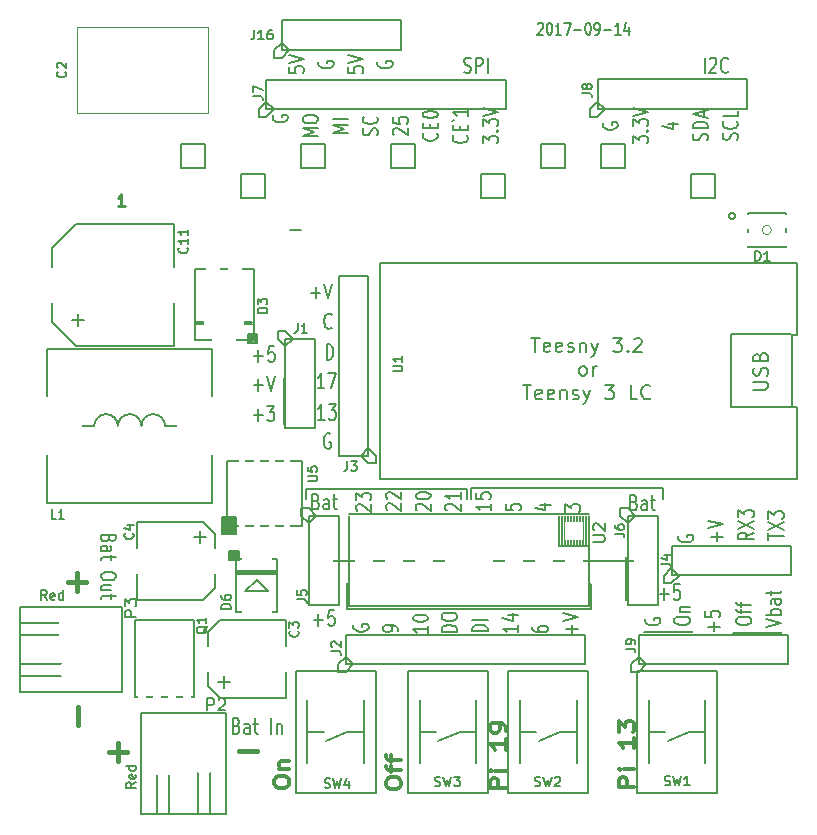
<source format=gto>
G04 #@! TF.FileFunction,Legend,Top*
%FSLAX46Y46*%
G04 Gerber Fmt 4.6, Leading zero omitted, Abs format (unit mm)*
G04 Created by KiCad (PCBNEW 4.0.6) date 09/14/17 13:16:33*
%MOMM*%
%LPD*%
G01*
G04 APERTURE LIST*
%ADD10C,0.100000*%
%ADD11C,0.200000*%
%ADD12C,0.150000*%
%ADD13C,0.400000*%
%ADD14C,0.300000*%
%ADD15C,0.127000*%
%ADD16C,0.063500*%
%ADD17C,0.120000*%
%ADD18C,0.250000*%
%ADD19C,1.506220*%
%ADD20O,1.300000X2.000000*%
%ADD21R,3.197860X1.597660*%
%ADD22R,4.099560X1.998980*%
%ADD23R,1.701800X1.102360*%
%ADD24R,2.000000X1.000000*%
%ADD25R,1.200000X1.200000*%
%ADD26R,3.400000X3.800000*%
%ADD27R,2.500000X1.400000*%
%ADD28R,3.600000X5.000000*%
%ADD29R,0.700000X0.550000*%
%ADD30R,0.635000X1.250000*%
%ADD31R,0.650000X1.250000*%
%ADD32R,4.600000X3.900000*%
%ADD33R,1.297940X1.549400*%
%ADD34C,1.500000*%
%ADD35R,2.000000X1.600000*%
%ADD36O,2.000000X1.600000*%
%ADD37R,1.600000X2.000000*%
%ADD38O,1.600000X2.000000*%
%ADD39R,0.500000X2.200000*%
%ADD40R,0.500000X2.550000*%
%ADD41R,4.900000X2.900000*%
%ADD42C,1.200000*%
%ADD43R,1.500000X1.500000*%
%ADD44O,1.500000X1.500000*%
%ADD45C,1.600000*%
G04 APERTURE END LIST*
D10*
D11*
X117614285Y-51047619D02*
X117652380Y-51000000D01*
X117728571Y-50952381D01*
X117919047Y-50952381D01*
X117995237Y-51000000D01*
X118033333Y-51047619D01*
X118071428Y-51142857D01*
X118071428Y-51238095D01*
X118033333Y-51380952D01*
X117576190Y-51952381D01*
X118071428Y-51952381D01*
X118566666Y-50952381D02*
X118642857Y-50952381D01*
X118719047Y-51000000D01*
X118757142Y-51047619D01*
X118795238Y-51142857D01*
X118833333Y-51333333D01*
X118833333Y-51571429D01*
X118795238Y-51761905D01*
X118757142Y-51857143D01*
X118719047Y-51904762D01*
X118642857Y-51952381D01*
X118566666Y-51952381D01*
X118490476Y-51904762D01*
X118452380Y-51857143D01*
X118414285Y-51761905D01*
X118376190Y-51571429D01*
X118376190Y-51333333D01*
X118414285Y-51142857D01*
X118452380Y-51047619D01*
X118490476Y-51000000D01*
X118566666Y-50952381D01*
X119595238Y-51952381D02*
X119138095Y-51952381D01*
X119366666Y-51952381D02*
X119366666Y-50952381D01*
X119290476Y-51095238D01*
X119214285Y-51190476D01*
X119138095Y-51238095D01*
X119861905Y-50952381D02*
X120395238Y-50952381D01*
X120052381Y-51952381D01*
X120700000Y-51571429D02*
X121309524Y-51571429D01*
X121842857Y-50952381D02*
X121919048Y-50952381D01*
X121995238Y-51000000D01*
X122033333Y-51047619D01*
X122071429Y-51142857D01*
X122109524Y-51333333D01*
X122109524Y-51571429D01*
X122071429Y-51761905D01*
X122033333Y-51857143D01*
X121995238Y-51904762D01*
X121919048Y-51952381D01*
X121842857Y-51952381D01*
X121766667Y-51904762D01*
X121728571Y-51857143D01*
X121690476Y-51761905D01*
X121652381Y-51571429D01*
X121652381Y-51333333D01*
X121690476Y-51142857D01*
X121728571Y-51047619D01*
X121766667Y-51000000D01*
X121842857Y-50952381D01*
X122490476Y-51952381D02*
X122642857Y-51952381D01*
X122719048Y-51904762D01*
X122757143Y-51857143D01*
X122833334Y-51714286D01*
X122871429Y-51523810D01*
X122871429Y-51142857D01*
X122833334Y-51047619D01*
X122795238Y-51000000D01*
X122719048Y-50952381D01*
X122566667Y-50952381D01*
X122490476Y-51000000D01*
X122452381Y-51047619D01*
X122414286Y-51142857D01*
X122414286Y-51380952D01*
X122452381Y-51476190D01*
X122490476Y-51523810D01*
X122566667Y-51571429D01*
X122719048Y-51571429D01*
X122795238Y-51523810D01*
X122833334Y-51476190D01*
X122871429Y-51380952D01*
X123214286Y-51571429D02*
X123823810Y-51571429D01*
X124623810Y-51952381D02*
X124166667Y-51952381D01*
X124395238Y-51952381D02*
X124395238Y-50952381D01*
X124319048Y-51095238D01*
X124242857Y-51190476D01*
X124166667Y-51238095D01*
X125309524Y-51285714D02*
X125309524Y-51952381D01*
X125119048Y-50904762D02*
X124928572Y-51619048D01*
X125423810Y-51619048D01*
X111371191Y-55136190D02*
X111514048Y-55198095D01*
X111752144Y-55198095D01*
X111847382Y-55136190D01*
X111895001Y-55074286D01*
X111942620Y-54950476D01*
X111942620Y-54826667D01*
X111895001Y-54702857D01*
X111847382Y-54640952D01*
X111752144Y-54579048D01*
X111561667Y-54517143D01*
X111466429Y-54455238D01*
X111418810Y-54393333D01*
X111371191Y-54269524D01*
X111371191Y-54145714D01*
X111418810Y-54021905D01*
X111466429Y-53960000D01*
X111561667Y-53898095D01*
X111799763Y-53898095D01*
X111942620Y-53960000D01*
X112371191Y-55198095D02*
X112371191Y-53898095D01*
X112752144Y-53898095D01*
X112847382Y-53960000D01*
X112895001Y-54021905D01*
X112942620Y-54145714D01*
X112942620Y-54331429D01*
X112895001Y-54455238D01*
X112847382Y-54517143D01*
X112752144Y-54579048D01*
X112371191Y-54579048D01*
X113371191Y-55198095D02*
X113371191Y-53898095D01*
X131738810Y-55198095D02*
X131738810Y-53898095D01*
X132167381Y-54021905D02*
X132215000Y-53960000D01*
X132310238Y-53898095D01*
X132548334Y-53898095D01*
X132643572Y-53960000D01*
X132691191Y-54021905D01*
X132738810Y-54145714D01*
X132738810Y-54269524D01*
X132691191Y-54455238D01*
X132119762Y-55198095D01*
X132738810Y-55198095D01*
X133738810Y-55074286D02*
X133691191Y-55136190D01*
X133548334Y-55198095D01*
X133453096Y-55198095D01*
X133310238Y-55136190D01*
X133215000Y-55012381D01*
X133167381Y-54888571D01*
X133119762Y-54640952D01*
X133119762Y-54455238D01*
X133167381Y-54207619D01*
X133215000Y-54083810D01*
X133310238Y-53960000D01*
X133453096Y-53898095D01*
X133548334Y-53898095D01*
X133691191Y-53960000D01*
X133738810Y-54021905D01*
X134511190Y-60880476D02*
X134573095Y-60737619D01*
X134573095Y-60499523D01*
X134511190Y-60404285D01*
X134449286Y-60356666D01*
X134325476Y-60309047D01*
X134201667Y-60309047D01*
X134077857Y-60356666D01*
X134015952Y-60404285D01*
X133954048Y-60499523D01*
X133892143Y-60690000D01*
X133830238Y-60785238D01*
X133768333Y-60832857D01*
X133644524Y-60880476D01*
X133520714Y-60880476D01*
X133396905Y-60832857D01*
X133335000Y-60785238D01*
X133273095Y-60690000D01*
X133273095Y-60451904D01*
X133335000Y-60309047D01*
X134449286Y-59309047D02*
X134511190Y-59356666D01*
X134573095Y-59499523D01*
X134573095Y-59594761D01*
X134511190Y-59737619D01*
X134387381Y-59832857D01*
X134263571Y-59880476D01*
X134015952Y-59928095D01*
X133830238Y-59928095D01*
X133582619Y-59880476D01*
X133458810Y-59832857D01*
X133335000Y-59737619D01*
X133273095Y-59594761D01*
X133273095Y-59499523D01*
X133335000Y-59356666D01*
X133396905Y-59309047D01*
X134573095Y-58404285D02*
X134573095Y-58880476D01*
X133273095Y-58880476D01*
X131971190Y-60904286D02*
X132033095Y-60761429D01*
X132033095Y-60523333D01*
X131971190Y-60428095D01*
X131909286Y-60380476D01*
X131785476Y-60332857D01*
X131661667Y-60332857D01*
X131537857Y-60380476D01*
X131475952Y-60428095D01*
X131414048Y-60523333D01*
X131352143Y-60713810D01*
X131290238Y-60809048D01*
X131228333Y-60856667D01*
X131104524Y-60904286D01*
X130980714Y-60904286D01*
X130856905Y-60856667D01*
X130795000Y-60809048D01*
X130733095Y-60713810D01*
X130733095Y-60475714D01*
X130795000Y-60332857D01*
X132033095Y-59904286D02*
X130733095Y-59904286D01*
X130733095Y-59666191D01*
X130795000Y-59523333D01*
X130918810Y-59428095D01*
X131042619Y-59380476D01*
X131290238Y-59332857D01*
X131475952Y-59332857D01*
X131723571Y-59380476D01*
X131847381Y-59428095D01*
X131971190Y-59523333D01*
X132033095Y-59666191D01*
X132033095Y-59904286D01*
X131661667Y-58951905D02*
X131661667Y-58475714D01*
X132033095Y-59047143D02*
X130733095Y-58713810D01*
X132033095Y-58380476D01*
X128626429Y-59499523D02*
X129493095Y-59499523D01*
X128131190Y-59737619D02*
X129059762Y-59975714D01*
X129059762Y-59356666D01*
X125653095Y-61166190D02*
X125653095Y-60547142D01*
X126148333Y-60880476D01*
X126148333Y-60737618D01*
X126210238Y-60642380D01*
X126272143Y-60594761D01*
X126395952Y-60547142D01*
X126705476Y-60547142D01*
X126829286Y-60594761D01*
X126891190Y-60642380D01*
X126953095Y-60737618D01*
X126953095Y-61023333D01*
X126891190Y-61118571D01*
X126829286Y-61166190D01*
X126829286Y-60118571D02*
X126891190Y-60070952D01*
X126953095Y-60118571D01*
X126891190Y-60166190D01*
X126829286Y-60118571D01*
X126953095Y-60118571D01*
X125653095Y-59737619D02*
X125653095Y-59118571D01*
X126148333Y-59451905D01*
X126148333Y-59309047D01*
X126210238Y-59213809D01*
X126272143Y-59166190D01*
X126395952Y-59118571D01*
X126705476Y-59118571D01*
X126829286Y-59166190D01*
X126891190Y-59213809D01*
X126953095Y-59309047D01*
X126953095Y-59594762D01*
X126891190Y-59690000D01*
X126829286Y-59737619D01*
X125653095Y-58832857D02*
X126953095Y-58499524D01*
X125653095Y-58166190D01*
X123175000Y-59428095D02*
X123113095Y-59523333D01*
X123113095Y-59666190D01*
X123175000Y-59809048D01*
X123298810Y-59904286D01*
X123422619Y-59951905D01*
X123670238Y-59999524D01*
X123855952Y-59999524D01*
X124103571Y-59951905D01*
X124227381Y-59904286D01*
X124351190Y-59809048D01*
X124413095Y-59666190D01*
X124413095Y-59570952D01*
X124351190Y-59428095D01*
X124289286Y-59380476D01*
X123855952Y-59380476D01*
X123855952Y-59570952D01*
X112953095Y-61166190D02*
X112953095Y-60547142D01*
X113448333Y-60880476D01*
X113448333Y-60737618D01*
X113510238Y-60642380D01*
X113572143Y-60594761D01*
X113695952Y-60547142D01*
X114005476Y-60547142D01*
X114129286Y-60594761D01*
X114191190Y-60642380D01*
X114253095Y-60737618D01*
X114253095Y-61023333D01*
X114191190Y-61118571D01*
X114129286Y-61166190D01*
X114129286Y-60118571D02*
X114191190Y-60070952D01*
X114253095Y-60118571D01*
X114191190Y-60166190D01*
X114129286Y-60118571D01*
X114253095Y-60118571D01*
X112953095Y-59737619D02*
X112953095Y-59118571D01*
X113448333Y-59451905D01*
X113448333Y-59309047D01*
X113510238Y-59213809D01*
X113572143Y-59166190D01*
X113695952Y-59118571D01*
X114005476Y-59118571D01*
X114129286Y-59166190D01*
X114191190Y-59213809D01*
X114253095Y-59309047D01*
X114253095Y-59594762D01*
X114191190Y-59690000D01*
X114129286Y-59737619D01*
X112953095Y-58832857D02*
X114253095Y-58499524D01*
X112953095Y-58166190D01*
X111589286Y-60499523D02*
X111651190Y-60547142D01*
X111713095Y-60689999D01*
X111713095Y-60785237D01*
X111651190Y-60928095D01*
X111527381Y-61023333D01*
X111403571Y-61070952D01*
X111155952Y-61118571D01*
X110970238Y-61118571D01*
X110722619Y-61070952D01*
X110598810Y-61023333D01*
X110475000Y-60928095D01*
X110413095Y-60785237D01*
X110413095Y-60689999D01*
X110475000Y-60547142D01*
X110536905Y-60499523D01*
X111032143Y-60070952D02*
X111032143Y-59737618D01*
X111713095Y-59594761D02*
X111713095Y-60070952D01*
X110413095Y-60070952D01*
X110413095Y-59594761D01*
X110351190Y-59309047D02*
X110536905Y-59166190D01*
X111713095Y-58261428D02*
X111713095Y-58832857D01*
X111713095Y-58547143D02*
X110413095Y-58547143D01*
X110598810Y-58642381D01*
X110722619Y-58737619D01*
X110784524Y-58832857D01*
X109049286Y-60309047D02*
X109111190Y-60356666D01*
X109173095Y-60499523D01*
X109173095Y-60594761D01*
X109111190Y-60737619D01*
X108987381Y-60832857D01*
X108863571Y-60880476D01*
X108615952Y-60928095D01*
X108430238Y-60928095D01*
X108182619Y-60880476D01*
X108058810Y-60832857D01*
X107935000Y-60737619D01*
X107873095Y-60594761D01*
X107873095Y-60499523D01*
X107935000Y-60356666D01*
X107996905Y-60309047D01*
X108492143Y-59880476D02*
X108492143Y-59547142D01*
X109173095Y-59404285D02*
X109173095Y-59880476D01*
X107873095Y-59880476D01*
X107873095Y-59404285D01*
X107873095Y-58785238D02*
X107873095Y-58689999D01*
X107935000Y-58594761D01*
X107996905Y-58547142D01*
X108120714Y-58499523D01*
X108368333Y-58451904D01*
X108677857Y-58451904D01*
X108925476Y-58499523D01*
X109049286Y-58547142D01*
X109111190Y-58594761D01*
X109173095Y-58689999D01*
X109173095Y-58785238D01*
X109111190Y-58880476D01*
X109049286Y-58928095D01*
X108925476Y-58975714D01*
X108677857Y-59023333D01*
X108368333Y-59023333D01*
X108120714Y-58975714D01*
X107996905Y-58928095D01*
X107935000Y-58880476D01*
X107873095Y-58785238D01*
X105456905Y-60451905D02*
X105395000Y-60404286D01*
X105333095Y-60309048D01*
X105333095Y-60070952D01*
X105395000Y-59975714D01*
X105456905Y-59928095D01*
X105580714Y-59880476D01*
X105704524Y-59880476D01*
X105890238Y-59928095D01*
X106633095Y-60499524D01*
X106633095Y-59880476D01*
X105333095Y-58975714D02*
X105333095Y-59451905D01*
X105952143Y-59499524D01*
X105890238Y-59451905D01*
X105828333Y-59356667D01*
X105828333Y-59118571D01*
X105890238Y-59023333D01*
X105952143Y-58975714D01*
X106075952Y-58928095D01*
X106385476Y-58928095D01*
X106509286Y-58975714D01*
X106571190Y-59023333D01*
X106633095Y-59118571D01*
X106633095Y-59356667D01*
X106571190Y-59451905D01*
X106509286Y-59499524D01*
X104031190Y-60475714D02*
X104093095Y-60332857D01*
X104093095Y-60094761D01*
X104031190Y-59999523D01*
X103969286Y-59951904D01*
X103845476Y-59904285D01*
X103721667Y-59904285D01*
X103597857Y-59951904D01*
X103535952Y-59999523D01*
X103474048Y-60094761D01*
X103412143Y-60285238D01*
X103350238Y-60380476D01*
X103288333Y-60428095D01*
X103164524Y-60475714D01*
X103040714Y-60475714D01*
X102916905Y-60428095D01*
X102855000Y-60380476D01*
X102793095Y-60285238D01*
X102793095Y-60047142D01*
X102855000Y-59904285D01*
X103969286Y-58904285D02*
X104031190Y-58951904D01*
X104093095Y-59094761D01*
X104093095Y-59189999D01*
X104031190Y-59332857D01*
X103907381Y-59428095D01*
X103783571Y-59475714D01*
X103535952Y-59523333D01*
X103350238Y-59523333D01*
X103102619Y-59475714D01*
X102978810Y-59428095D01*
X102855000Y-59332857D01*
X102793095Y-59189999D01*
X102793095Y-59094761D01*
X102855000Y-58951904D01*
X102916905Y-58904285D01*
X101553095Y-60261428D02*
X100253095Y-60261428D01*
X101181667Y-59928094D01*
X100253095Y-59594761D01*
X101553095Y-59594761D01*
X101553095Y-59118571D02*
X100253095Y-59118571D01*
X99013095Y-60547143D02*
X97713095Y-60547143D01*
X98641667Y-60213809D01*
X97713095Y-59880476D01*
X99013095Y-59880476D01*
X97713095Y-59213810D02*
X97713095Y-59023333D01*
X97775000Y-58928095D01*
X97898810Y-58832857D01*
X98146429Y-58785238D01*
X98579762Y-58785238D01*
X98827381Y-58832857D01*
X98951190Y-58928095D01*
X99013095Y-59023333D01*
X99013095Y-59213810D01*
X98951190Y-59309048D01*
X98827381Y-59404286D01*
X98579762Y-59451905D01*
X98146429Y-59451905D01*
X97898810Y-59404286D01*
X97775000Y-59309048D01*
X97713095Y-59213810D01*
X95235000Y-58793095D02*
X95173095Y-58888333D01*
X95173095Y-59031190D01*
X95235000Y-59174048D01*
X95358810Y-59269286D01*
X95482619Y-59316905D01*
X95730238Y-59364524D01*
X95915952Y-59364524D01*
X96163571Y-59316905D01*
X96287381Y-59269286D01*
X96411190Y-59174048D01*
X96473095Y-59031190D01*
X96473095Y-58935952D01*
X96411190Y-58793095D01*
X96349286Y-58745476D01*
X95915952Y-58745476D01*
X95915952Y-58935952D01*
X104100000Y-54238095D02*
X104038095Y-54333333D01*
X104038095Y-54476190D01*
X104100000Y-54619048D01*
X104223810Y-54714286D01*
X104347619Y-54761905D01*
X104595238Y-54809524D01*
X104780952Y-54809524D01*
X105028571Y-54761905D01*
X105152381Y-54714286D01*
X105276190Y-54619048D01*
X105338095Y-54476190D01*
X105338095Y-54380952D01*
X105276190Y-54238095D01*
X105214286Y-54190476D01*
X104780952Y-54190476D01*
X104780952Y-54380952D01*
X99100000Y-54238095D02*
X99038095Y-54333333D01*
X99038095Y-54476190D01*
X99100000Y-54619048D01*
X99223810Y-54714286D01*
X99347619Y-54761905D01*
X99595238Y-54809524D01*
X99780952Y-54809524D01*
X100028571Y-54761905D01*
X100152381Y-54714286D01*
X100276190Y-54619048D01*
X100338095Y-54476190D01*
X100338095Y-54380952D01*
X100276190Y-54238095D01*
X100214286Y-54190476D01*
X99780952Y-54190476D01*
X99780952Y-54380952D01*
X101538095Y-54690476D02*
X101538095Y-55166667D01*
X102157143Y-55214286D01*
X102095238Y-55166667D01*
X102033333Y-55071429D01*
X102033333Y-54833333D01*
X102095238Y-54738095D01*
X102157143Y-54690476D01*
X102280952Y-54642857D01*
X102590476Y-54642857D01*
X102714286Y-54690476D01*
X102776190Y-54738095D01*
X102838095Y-54833333D01*
X102838095Y-55071429D01*
X102776190Y-55166667D01*
X102714286Y-55214286D01*
X101538095Y-54357143D02*
X102838095Y-54023810D01*
X101538095Y-53690476D01*
X96538095Y-54690476D02*
X96538095Y-55166667D01*
X97157143Y-55214286D01*
X97095238Y-55166667D01*
X97033333Y-55071429D01*
X97033333Y-54833333D01*
X97095238Y-54738095D01*
X97157143Y-54690476D01*
X97280952Y-54642857D01*
X97590476Y-54642857D01*
X97714286Y-54690476D01*
X97776190Y-54738095D01*
X97838095Y-54833333D01*
X97838095Y-55071429D01*
X97776190Y-55166667D01*
X97714286Y-55214286D01*
X96538095Y-54357143D02*
X97838095Y-54023810D01*
X96538095Y-53690476D01*
D12*
X83572305Y-115265143D02*
X83191352Y-115531810D01*
X83572305Y-115722286D02*
X82772305Y-115722286D01*
X82772305Y-115417524D01*
X82810400Y-115341333D01*
X82848495Y-115303238D01*
X82924686Y-115265143D01*
X83038971Y-115265143D01*
X83115162Y-115303238D01*
X83153257Y-115341333D01*
X83191352Y-115417524D01*
X83191352Y-115722286D01*
X83534210Y-114617524D02*
X83572305Y-114693714D01*
X83572305Y-114846095D01*
X83534210Y-114922286D01*
X83458019Y-114960381D01*
X83153257Y-114960381D01*
X83077067Y-114922286D01*
X83038971Y-114846095D01*
X83038971Y-114693714D01*
X83077067Y-114617524D01*
X83153257Y-114579429D01*
X83229448Y-114579429D01*
X83305638Y-114960381D01*
X83572305Y-113893715D02*
X82772305Y-113893715D01*
X83534210Y-113893715D02*
X83572305Y-113969905D01*
X83572305Y-114122286D01*
X83534210Y-114198477D01*
X83496114Y-114236572D01*
X83419924Y-114274667D01*
X83191352Y-114274667D01*
X83115162Y-114236572D01*
X83077067Y-114198477D01*
X83038971Y-114122286D01*
X83038971Y-113969905D01*
X83077067Y-113893715D01*
X76047657Y-99802905D02*
X75780990Y-99421952D01*
X75590514Y-99802905D02*
X75590514Y-99002905D01*
X75895276Y-99002905D01*
X75971467Y-99041000D01*
X76009562Y-99079095D01*
X76047657Y-99155286D01*
X76047657Y-99269571D01*
X76009562Y-99345762D01*
X75971467Y-99383857D01*
X75895276Y-99421952D01*
X75590514Y-99421952D01*
X76695276Y-99764810D02*
X76619086Y-99802905D01*
X76466705Y-99802905D01*
X76390514Y-99764810D01*
X76352419Y-99688619D01*
X76352419Y-99383857D01*
X76390514Y-99307667D01*
X76466705Y-99269571D01*
X76619086Y-99269571D01*
X76695276Y-99307667D01*
X76733371Y-99383857D01*
X76733371Y-99460048D01*
X76352419Y-99536238D01*
X77419085Y-99802905D02*
X77419085Y-99002905D01*
X77419085Y-99764810D02*
X77342895Y-99802905D01*
X77190514Y-99802905D01*
X77114323Y-99764810D01*
X77076228Y-99726714D01*
X77038133Y-99650524D01*
X77038133Y-99421952D01*
X77076228Y-99345762D01*
X77114323Y-99307667D01*
X77190514Y-99269571D01*
X77342895Y-99269571D01*
X77419085Y-99307667D01*
D11*
X81296657Y-94616876D02*
X81234752Y-94759733D01*
X81172848Y-94807352D01*
X81049038Y-94854971D01*
X80863324Y-94854971D01*
X80739514Y-94807352D01*
X80677610Y-94759733D01*
X80615705Y-94664495D01*
X80615705Y-94283542D01*
X81915705Y-94283542D01*
X81915705Y-94616876D01*
X81853800Y-94712114D01*
X81791895Y-94759733D01*
X81668086Y-94807352D01*
X81544276Y-94807352D01*
X81420467Y-94759733D01*
X81358562Y-94712114D01*
X81296657Y-94616876D01*
X81296657Y-94283542D01*
X80615705Y-95712114D02*
X81296657Y-95712114D01*
X81420467Y-95664495D01*
X81482371Y-95569257D01*
X81482371Y-95378780D01*
X81420467Y-95283542D01*
X80677610Y-95712114D02*
X80615705Y-95616876D01*
X80615705Y-95378780D01*
X80677610Y-95283542D01*
X80801419Y-95235923D01*
X80925229Y-95235923D01*
X81049038Y-95283542D01*
X81110943Y-95378780D01*
X81110943Y-95616876D01*
X81172848Y-95712114D01*
X81482371Y-96045447D02*
X81482371Y-96426399D01*
X81915705Y-96188304D02*
X80801419Y-96188304D01*
X80677610Y-96235923D01*
X80615705Y-96331161D01*
X80615705Y-96426399D01*
X81915705Y-97712114D02*
X81915705Y-97902591D01*
X81853800Y-97997829D01*
X81729990Y-98093067D01*
X81482371Y-98140686D01*
X81049038Y-98140686D01*
X80801419Y-98093067D01*
X80677610Y-97997829D01*
X80615705Y-97902591D01*
X80615705Y-97712114D01*
X80677610Y-97616876D01*
X80801419Y-97521638D01*
X81049038Y-97474019D01*
X81482371Y-97474019D01*
X81729990Y-97521638D01*
X81853800Y-97616876D01*
X81915705Y-97712114D01*
X81482371Y-98997829D02*
X80615705Y-98997829D01*
X81482371Y-98569257D02*
X80801419Y-98569257D01*
X80677610Y-98616876D01*
X80615705Y-98712114D01*
X80615705Y-98854972D01*
X80677610Y-98950210D01*
X80739514Y-98997829D01*
X81482371Y-99331162D02*
X81482371Y-99712114D01*
X81915705Y-99474019D02*
X80801419Y-99474019D01*
X80677610Y-99521638D01*
X80615705Y-99616876D01*
X80615705Y-99712114D01*
D13*
X77876495Y-98339257D02*
X79400305Y-98339257D01*
X78638400Y-99101162D02*
X78638400Y-97577352D01*
X78679657Y-110388305D02*
X78679657Y-108864495D01*
D11*
X92114905Y-110473343D02*
X92257762Y-110535248D01*
X92305381Y-110597152D01*
X92353000Y-110720962D01*
X92353000Y-110906676D01*
X92305381Y-111030486D01*
X92257762Y-111092390D01*
X92162524Y-111154295D01*
X91781571Y-111154295D01*
X91781571Y-109854295D01*
X92114905Y-109854295D01*
X92210143Y-109916200D01*
X92257762Y-109978105D01*
X92305381Y-110101914D01*
X92305381Y-110225724D01*
X92257762Y-110349533D01*
X92210143Y-110411438D01*
X92114905Y-110473343D01*
X91781571Y-110473343D01*
X93210143Y-111154295D02*
X93210143Y-110473343D01*
X93162524Y-110349533D01*
X93067286Y-110287629D01*
X92876809Y-110287629D01*
X92781571Y-110349533D01*
X93210143Y-111092390D02*
X93114905Y-111154295D01*
X92876809Y-111154295D01*
X92781571Y-111092390D01*
X92733952Y-110968581D01*
X92733952Y-110844771D01*
X92781571Y-110720962D01*
X92876809Y-110659057D01*
X93114905Y-110659057D01*
X93210143Y-110597152D01*
X93543476Y-110287629D02*
X93924428Y-110287629D01*
X93686333Y-109854295D02*
X93686333Y-110968581D01*
X93733952Y-111092390D01*
X93829190Y-111154295D01*
X93924428Y-111154295D01*
X95019667Y-111154295D02*
X95019667Y-109854295D01*
X95495857Y-110287629D02*
X95495857Y-111154295D01*
X95495857Y-110411438D02*
X95543476Y-110349533D01*
X95638714Y-110287629D01*
X95781572Y-110287629D01*
X95876810Y-110349533D01*
X95924429Y-110473343D01*
X95924429Y-111154295D01*
D13*
X81305495Y-112664857D02*
X82829305Y-112664857D01*
X82067400Y-113426762D02*
X82067400Y-111902952D01*
X92278295Y-112614057D02*
X93802105Y-112614057D01*
D11*
X98018600Y-90398600D02*
X98018600Y-91262200D01*
X111582200Y-90398600D02*
X98018600Y-90398600D01*
X111582200Y-91262200D02*
X111582200Y-90398600D01*
X128219200Y-90373200D02*
X128219200Y-91262200D01*
X111937800Y-90373200D02*
X128219200Y-90373200D01*
X111937800Y-91262200D02*
X111937800Y-90373200D01*
D14*
X125784695Y-115670057D02*
X124484695Y-115670057D01*
X124484695Y-115098629D01*
X124546600Y-114955771D01*
X124608505Y-114884343D01*
X124732314Y-114812914D01*
X124918029Y-114812914D01*
X125041838Y-114884343D01*
X125103743Y-114955771D01*
X125165648Y-115098629D01*
X125165648Y-115670057D01*
X125784695Y-114170057D02*
X124918029Y-114170057D01*
X124484695Y-114170057D02*
X124546600Y-114241486D01*
X124608505Y-114170057D01*
X124546600Y-114098629D01*
X124484695Y-114170057D01*
X124608505Y-114170057D01*
X125784695Y-111527200D02*
X125784695Y-112384343D01*
X125784695Y-111955771D02*
X124484695Y-111955771D01*
X124670410Y-112098628D01*
X124794219Y-112241486D01*
X124856124Y-112384343D01*
X124484695Y-111027200D02*
X124484695Y-110098629D01*
X124979933Y-110598629D01*
X124979933Y-110384343D01*
X125041838Y-110241486D01*
X125103743Y-110170057D01*
X125227552Y-110098629D01*
X125537076Y-110098629D01*
X125660886Y-110170057D01*
X125722790Y-110241486D01*
X125784695Y-110384343D01*
X125784695Y-110812915D01*
X125722790Y-110955772D01*
X125660886Y-111027200D01*
X114888095Y-115771657D02*
X113588095Y-115771657D01*
X113588095Y-115200229D01*
X113650000Y-115057371D01*
X113711905Y-114985943D01*
X113835714Y-114914514D01*
X114021429Y-114914514D01*
X114145238Y-114985943D01*
X114207143Y-115057371D01*
X114269048Y-115200229D01*
X114269048Y-115771657D01*
X114888095Y-114271657D02*
X114021429Y-114271657D01*
X113588095Y-114271657D02*
X113650000Y-114343086D01*
X113711905Y-114271657D01*
X113650000Y-114200229D01*
X113588095Y-114271657D01*
X113711905Y-114271657D01*
X114888095Y-111628800D02*
X114888095Y-112485943D01*
X114888095Y-112057371D02*
X113588095Y-112057371D01*
X113773810Y-112200228D01*
X113897619Y-112343086D01*
X113959524Y-112485943D01*
X114888095Y-110914515D02*
X114888095Y-110628800D01*
X114826190Y-110485943D01*
X114764286Y-110414515D01*
X114578571Y-110271657D01*
X114330952Y-110200229D01*
X113835714Y-110200229D01*
X113711905Y-110271657D01*
X113650000Y-110343086D01*
X113588095Y-110485943D01*
X113588095Y-110771657D01*
X113650000Y-110914515D01*
X113711905Y-110985943D01*
X113835714Y-111057372D01*
X114145238Y-111057372D01*
X114269048Y-110985943D01*
X114330952Y-110914515D01*
X114392857Y-110771657D01*
X114392857Y-110485943D01*
X114330952Y-110343086D01*
X114269048Y-110271657D01*
X114145238Y-110200229D01*
X104748895Y-115485943D02*
X104748895Y-115200229D01*
X104810800Y-115057371D01*
X104934610Y-114914514D01*
X105182229Y-114843086D01*
X105615562Y-114843086D01*
X105863181Y-114914514D01*
X105986990Y-115057371D01*
X106048895Y-115200229D01*
X106048895Y-115485943D01*
X105986990Y-115628800D01*
X105863181Y-115771657D01*
X105615562Y-115843086D01*
X105182229Y-115843086D01*
X104934610Y-115771657D01*
X104810800Y-115628800D01*
X104748895Y-115485943D01*
X105182229Y-114414514D02*
X105182229Y-113843085D01*
X106048895Y-114200228D02*
X104934610Y-114200228D01*
X104810800Y-114128800D01*
X104748895Y-113985942D01*
X104748895Y-113843085D01*
X105182229Y-113557371D02*
X105182229Y-112985942D01*
X106048895Y-113343085D02*
X104934610Y-113343085D01*
X104810800Y-113271657D01*
X104748895Y-113128799D01*
X104748895Y-112985942D01*
X95274695Y-115384343D02*
X95274695Y-115098629D01*
X95336600Y-114955771D01*
X95460410Y-114812914D01*
X95708029Y-114741486D01*
X96141362Y-114741486D01*
X96388981Y-114812914D01*
X96512790Y-114955771D01*
X96574695Y-115098629D01*
X96574695Y-115384343D01*
X96512790Y-115527200D01*
X96388981Y-115670057D01*
X96141362Y-115741486D01*
X95708029Y-115741486D01*
X95460410Y-115670057D01*
X95336600Y-115527200D01*
X95274695Y-115384343D01*
X95708029Y-114098628D02*
X96574695Y-114098628D01*
X95831838Y-114098628D02*
X95769933Y-114027200D01*
X95708029Y-113884342D01*
X95708029Y-113670057D01*
X95769933Y-113527200D01*
X95893743Y-113455771D01*
X96574695Y-113455771D01*
D11*
X96596200Y-68503800D02*
X97586800Y-68503800D01*
X135867857Y-82032286D02*
X136839286Y-82032286D01*
X136953571Y-81975143D01*
X137010714Y-81918000D01*
X137067857Y-81803714D01*
X137067857Y-81575143D01*
X137010714Y-81460857D01*
X136953571Y-81403714D01*
X136839286Y-81346571D01*
X135867857Y-81346571D01*
X137010714Y-80832286D02*
X137067857Y-80660857D01*
X137067857Y-80375143D01*
X137010714Y-80260857D01*
X136953571Y-80203714D01*
X136839286Y-80146571D01*
X136725000Y-80146571D01*
X136610714Y-80203714D01*
X136553571Y-80260857D01*
X136496429Y-80375143D01*
X136439286Y-80603714D01*
X136382143Y-80718000D01*
X136325000Y-80775143D01*
X136210714Y-80832286D01*
X136096429Y-80832286D01*
X135982143Y-80775143D01*
X135925000Y-80718000D01*
X135867857Y-80603714D01*
X135867857Y-80318000D01*
X135925000Y-80146571D01*
X136439286Y-79232286D02*
X136496429Y-79060857D01*
X136553571Y-79003714D01*
X136667857Y-78946571D01*
X136839286Y-78946571D01*
X136953571Y-79003714D01*
X137010714Y-79060857D01*
X137067857Y-79175143D01*
X137067857Y-79632286D01*
X135867857Y-79632286D01*
X135867857Y-79232286D01*
X135925000Y-79118000D01*
X135982143Y-79060857D01*
X136096429Y-79003714D01*
X136210714Y-79003714D01*
X136325000Y-79060857D01*
X136382143Y-79118000D01*
X136439286Y-79232286D01*
X136439286Y-79632286D01*
X133934200Y-83489800D02*
X139319000Y-83489800D01*
X133934200Y-77343000D02*
X133934200Y-83489800D01*
X139090400Y-77343000D02*
X133934200Y-77343000D01*
X117075543Y-77632257D02*
X117761257Y-77632257D01*
X117418400Y-78832257D02*
X117418400Y-77632257D01*
X118618400Y-78775114D02*
X118504114Y-78832257D01*
X118275543Y-78832257D01*
X118161257Y-78775114D01*
X118104114Y-78660829D01*
X118104114Y-78203686D01*
X118161257Y-78089400D01*
X118275543Y-78032257D01*
X118504114Y-78032257D01*
X118618400Y-78089400D01*
X118675543Y-78203686D01*
X118675543Y-78317971D01*
X118104114Y-78432257D01*
X119646971Y-78775114D02*
X119532685Y-78832257D01*
X119304114Y-78832257D01*
X119189828Y-78775114D01*
X119132685Y-78660829D01*
X119132685Y-78203686D01*
X119189828Y-78089400D01*
X119304114Y-78032257D01*
X119532685Y-78032257D01*
X119646971Y-78089400D01*
X119704114Y-78203686D01*
X119704114Y-78317971D01*
X119132685Y-78432257D01*
X120161256Y-78775114D02*
X120275542Y-78832257D01*
X120504114Y-78832257D01*
X120618399Y-78775114D01*
X120675542Y-78660829D01*
X120675542Y-78603686D01*
X120618399Y-78489400D01*
X120504114Y-78432257D01*
X120332685Y-78432257D01*
X120218399Y-78375114D01*
X120161256Y-78260829D01*
X120161256Y-78203686D01*
X120218399Y-78089400D01*
X120332685Y-78032257D01*
X120504114Y-78032257D01*
X120618399Y-78089400D01*
X121189828Y-78032257D02*
X121189828Y-78832257D01*
X121189828Y-78146543D02*
X121246971Y-78089400D01*
X121361257Y-78032257D01*
X121532685Y-78032257D01*
X121646971Y-78089400D01*
X121704114Y-78203686D01*
X121704114Y-78832257D01*
X122161257Y-78032257D02*
X122446971Y-78832257D01*
X122732685Y-78032257D02*
X122446971Y-78832257D01*
X122332685Y-79117971D01*
X122275542Y-79175114D01*
X122161257Y-79232257D01*
X123989829Y-77632257D02*
X124732686Y-77632257D01*
X124332686Y-78089400D01*
X124504114Y-78089400D01*
X124618400Y-78146543D01*
X124675543Y-78203686D01*
X124732686Y-78317971D01*
X124732686Y-78603686D01*
X124675543Y-78717971D01*
X124618400Y-78775114D01*
X124504114Y-78832257D01*
X124161257Y-78832257D01*
X124046971Y-78775114D01*
X123989829Y-78717971D01*
X125246971Y-78717971D02*
X125304114Y-78775114D01*
X125246971Y-78832257D01*
X125189828Y-78775114D01*
X125246971Y-78717971D01*
X125246971Y-78832257D01*
X125761257Y-77746543D02*
X125818400Y-77689400D01*
X125932686Y-77632257D01*
X126218400Y-77632257D01*
X126332686Y-77689400D01*
X126389829Y-77746543D01*
X126446972Y-77860829D01*
X126446972Y-77975114D01*
X126389829Y-78146543D01*
X125704115Y-78832257D01*
X126446972Y-78832257D01*
X121361258Y-80832257D02*
X121246972Y-80775114D01*
X121189829Y-80717971D01*
X121132686Y-80603686D01*
X121132686Y-80260829D01*
X121189829Y-80146543D01*
X121246972Y-80089400D01*
X121361258Y-80032257D01*
X121532686Y-80032257D01*
X121646972Y-80089400D01*
X121704115Y-80146543D01*
X121761258Y-80260829D01*
X121761258Y-80603686D01*
X121704115Y-80717971D01*
X121646972Y-80775114D01*
X121532686Y-80832257D01*
X121361258Y-80832257D01*
X122275543Y-80832257D02*
X122275543Y-80032257D01*
X122275543Y-80260829D02*
X122332686Y-80146543D01*
X122389829Y-80089400D01*
X122504115Y-80032257D01*
X122618400Y-80032257D01*
X116389829Y-81632257D02*
X117075543Y-81632257D01*
X116732686Y-82832257D02*
X116732686Y-81632257D01*
X117932686Y-82775114D02*
X117818400Y-82832257D01*
X117589829Y-82832257D01*
X117475543Y-82775114D01*
X117418400Y-82660829D01*
X117418400Y-82203686D01*
X117475543Y-82089400D01*
X117589829Y-82032257D01*
X117818400Y-82032257D01*
X117932686Y-82089400D01*
X117989829Y-82203686D01*
X117989829Y-82317971D01*
X117418400Y-82432257D01*
X118961257Y-82775114D02*
X118846971Y-82832257D01*
X118618400Y-82832257D01*
X118504114Y-82775114D01*
X118446971Y-82660829D01*
X118446971Y-82203686D01*
X118504114Y-82089400D01*
X118618400Y-82032257D01*
X118846971Y-82032257D01*
X118961257Y-82089400D01*
X119018400Y-82203686D01*
X119018400Y-82317971D01*
X118446971Y-82432257D01*
X119532685Y-82032257D02*
X119532685Y-82832257D01*
X119532685Y-82146543D02*
X119589828Y-82089400D01*
X119704114Y-82032257D01*
X119875542Y-82032257D01*
X119989828Y-82089400D01*
X120046971Y-82203686D01*
X120046971Y-82832257D01*
X120561256Y-82775114D02*
X120675542Y-82832257D01*
X120904114Y-82832257D01*
X121018399Y-82775114D01*
X121075542Y-82660829D01*
X121075542Y-82603686D01*
X121018399Y-82489400D01*
X120904114Y-82432257D01*
X120732685Y-82432257D01*
X120618399Y-82375114D01*
X120561256Y-82260829D01*
X120561256Y-82203686D01*
X120618399Y-82089400D01*
X120732685Y-82032257D01*
X120904114Y-82032257D01*
X121018399Y-82089400D01*
X121475543Y-82032257D02*
X121761257Y-82832257D01*
X122046971Y-82032257D02*
X121761257Y-82832257D01*
X121646971Y-83117971D01*
X121589828Y-83175114D01*
X121475543Y-83232257D01*
X123304115Y-81632257D02*
X124046972Y-81632257D01*
X123646972Y-82089400D01*
X123818400Y-82089400D01*
X123932686Y-82146543D01*
X123989829Y-82203686D01*
X124046972Y-82317971D01*
X124046972Y-82603686D01*
X123989829Y-82717971D01*
X123932686Y-82775114D01*
X123818400Y-82832257D01*
X123475543Y-82832257D01*
X123361257Y-82775114D01*
X123304115Y-82717971D01*
X126046972Y-82832257D02*
X125475543Y-82832257D01*
X125475543Y-81632257D01*
X127132687Y-82717971D02*
X127075544Y-82775114D01*
X126904115Y-82832257D01*
X126789829Y-82832257D01*
X126618401Y-82775114D01*
X126504115Y-82660829D01*
X126446972Y-82546543D01*
X126389829Y-82317971D01*
X126389829Y-82146543D01*
X126446972Y-81917971D01*
X126504115Y-81803686D01*
X126618401Y-81689400D01*
X126789829Y-81632257D01*
X126904115Y-81632257D01*
X127075544Y-81689400D01*
X127132687Y-81746543D01*
X127920857Y-99305257D02*
X128682762Y-99305257D01*
X128301810Y-99800495D02*
X128301810Y-98810019D01*
X129635143Y-98500495D02*
X129158952Y-98500495D01*
X129111333Y-99119543D01*
X129158952Y-99057638D01*
X129254190Y-98995733D01*
X129492286Y-98995733D01*
X129587524Y-99057638D01*
X129635143Y-99119543D01*
X129682762Y-99243352D01*
X129682762Y-99552876D01*
X129635143Y-99676686D01*
X129587524Y-99738590D01*
X129492286Y-99800495D01*
X129254190Y-99800495D01*
X129158952Y-99738590D01*
X129111333Y-99676686D01*
X125120400Y-99822000D02*
X125095000Y-99822000D01*
X125120400Y-96164400D02*
X125120400Y-99822000D01*
X96139000Y-84963000D02*
X96088200Y-84963000D01*
X96139000Y-81051400D02*
X96139000Y-84963000D01*
X138201400Y-102616000D02*
X138201400Y-102565200D01*
X134112000Y-102616000D02*
X138201400Y-102616000D01*
X130657600Y-102539800D02*
X130657600Y-102489000D01*
X126568200Y-102539800D02*
X130657600Y-102539800D01*
X136905295Y-102082410D02*
X138205295Y-101749077D01*
X136905295Y-101415743D01*
X138205295Y-101082410D02*
X136905295Y-101082410D01*
X137400533Y-101082410D02*
X137338629Y-100987172D01*
X137338629Y-100796695D01*
X137400533Y-100701457D01*
X137462438Y-100653838D01*
X137586248Y-100606219D01*
X137957676Y-100606219D01*
X138081486Y-100653838D01*
X138143390Y-100701457D01*
X138205295Y-100796695D01*
X138205295Y-100987172D01*
X138143390Y-101082410D01*
X138205295Y-99749076D02*
X137524343Y-99749076D01*
X137400533Y-99796695D01*
X137338629Y-99891933D01*
X137338629Y-100082410D01*
X137400533Y-100177648D01*
X138143390Y-99749076D02*
X138205295Y-99844314D01*
X138205295Y-100082410D01*
X138143390Y-100177648D01*
X138019581Y-100225267D01*
X137895771Y-100225267D01*
X137771962Y-100177648D01*
X137710057Y-100082410D01*
X137710057Y-99844314D01*
X137648152Y-99749076D01*
X137338629Y-99415743D02*
X137338629Y-99034791D01*
X136905295Y-99272886D02*
X138019581Y-99272886D01*
X138143390Y-99225267D01*
X138205295Y-99130029D01*
X138205295Y-99034791D01*
X134390695Y-101682467D02*
X134390695Y-101491990D01*
X134452600Y-101396752D01*
X134576410Y-101301514D01*
X134824029Y-101253895D01*
X135257362Y-101253895D01*
X135504981Y-101301514D01*
X135628790Y-101396752D01*
X135690695Y-101491990D01*
X135690695Y-101682467D01*
X135628790Y-101777705D01*
X135504981Y-101872943D01*
X135257362Y-101920562D01*
X134824029Y-101920562D01*
X134576410Y-101872943D01*
X134452600Y-101777705D01*
X134390695Y-101682467D01*
X134824029Y-100968181D02*
X134824029Y-100587229D01*
X135690695Y-100825324D02*
X134576410Y-100825324D01*
X134452600Y-100777705D01*
X134390695Y-100682467D01*
X134390695Y-100587229D01*
X134824029Y-100396752D02*
X134824029Y-100015800D01*
X135690695Y-100253895D02*
X134576410Y-100253895D01*
X134452600Y-100206276D01*
X134390695Y-100111038D01*
X134390695Y-100015800D01*
X129183695Y-101665019D02*
X129183695Y-101474542D01*
X129245600Y-101379304D01*
X129369410Y-101284066D01*
X129617029Y-101236447D01*
X130050362Y-101236447D01*
X130297981Y-101284066D01*
X130421790Y-101379304D01*
X130483695Y-101474542D01*
X130483695Y-101665019D01*
X130421790Y-101760257D01*
X130297981Y-101855495D01*
X130050362Y-101903114D01*
X129617029Y-101903114D01*
X129369410Y-101855495D01*
X129245600Y-101760257D01*
X129183695Y-101665019D01*
X129617029Y-100807876D02*
X130483695Y-100807876D01*
X129740838Y-100807876D02*
X129678933Y-100760257D01*
X129617029Y-100665019D01*
X129617029Y-100522161D01*
X129678933Y-100426923D01*
X129802743Y-100379304D01*
X130483695Y-100379304D01*
X126756400Y-101396895D02*
X126694495Y-101492133D01*
X126694495Y-101634990D01*
X126756400Y-101777848D01*
X126880210Y-101873086D01*
X127004019Y-101920705D01*
X127251638Y-101968324D01*
X127437352Y-101968324D01*
X127684971Y-101920705D01*
X127808781Y-101873086D01*
X127932590Y-101777848D01*
X127994495Y-101634990D01*
X127994495Y-101539752D01*
X127932590Y-101396895D01*
X127870686Y-101349276D01*
X127437352Y-101349276D01*
X127437352Y-101539752D01*
X137133895Y-94710095D02*
X137133895Y-94138666D01*
X138433895Y-94424381D02*
X137133895Y-94424381D01*
X137133895Y-93900571D02*
X138433895Y-93233904D01*
X137133895Y-93233904D02*
X138433895Y-93900571D01*
X137133895Y-92948190D02*
X137133895Y-92329142D01*
X137629133Y-92662476D01*
X137629133Y-92519618D01*
X137691038Y-92424380D01*
X137752943Y-92376761D01*
X137876752Y-92329142D01*
X138186276Y-92329142D01*
X138310086Y-92376761D01*
X138371990Y-92424380D01*
X138433895Y-92519618D01*
X138433895Y-92805333D01*
X138371990Y-92900571D01*
X138310086Y-92948190D01*
X135893895Y-94114857D02*
X135274848Y-94448191D01*
X135893895Y-94686286D02*
X134593895Y-94686286D01*
X134593895Y-94305333D01*
X134655800Y-94210095D01*
X134717705Y-94162476D01*
X134841514Y-94114857D01*
X135027229Y-94114857D01*
X135151038Y-94162476D01*
X135212943Y-94210095D01*
X135274848Y-94305333D01*
X135274848Y-94686286D01*
X134593895Y-93781524D02*
X135893895Y-93114857D01*
X134593895Y-93114857D02*
X135893895Y-93781524D01*
X134593895Y-92829143D02*
X134593895Y-92210095D01*
X135089133Y-92543429D01*
X135089133Y-92400571D01*
X135151038Y-92305333D01*
X135212943Y-92257714D01*
X135336752Y-92210095D01*
X135646276Y-92210095D01*
X135770086Y-92257714D01*
X135831990Y-92305333D01*
X135893895Y-92400571D01*
X135893895Y-92686286D01*
X135831990Y-92781524D01*
X135770086Y-92829143D01*
X132807857Y-94859505D02*
X132807857Y-94097600D01*
X133303095Y-94478552D02*
X132312619Y-94478552D01*
X132003095Y-93764267D02*
X133303095Y-93430934D01*
X132003095Y-93097600D01*
X129550400Y-94386495D02*
X129488495Y-94481733D01*
X129488495Y-94624590D01*
X129550400Y-94767448D01*
X129674210Y-94862686D01*
X129798019Y-94910305D01*
X130045638Y-94957924D01*
X130231352Y-94957924D01*
X130478971Y-94910305D01*
X130602781Y-94862686D01*
X130726590Y-94767448D01*
X130788495Y-94624590D01*
X130788495Y-94529352D01*
X130726590Y-94386495D01*
X130664686Y-94338876D01*
X130231352Y-94338876D01*
X130231352Y-94529352D01*
X119912695Y-92338543D02*
X119912695Y-91719495D01*
X120407933Y-92052829D01*
X120407933Y-91909971D01*
X120469838Y-91814733D01*
X120531743Y-91767114D01*
X120655552Y-91719495D01*
X120965076Y-91719495D01*
X121088886Y-91767114D01*
X121150790Y-91814733D01*
X121212695Y-91909971D01*
X121212695Y-92195686D01*
X121150790Y-92290924D01*
X121088886Y-92338543D01*
X117831429Y-91763933D02*
X118698095Y-91763933D01*
X117336190Y-92002029D02*
X118264762Y-92240124D01*
X118264762Y-91621076D01*
X114883495Y-91716314D02*
X114883495Y-92192505D01*
X115502543Y-92240124D01*
X115440638Y-92192505D01*
X115378733Y-92097267D01*
X115378733Y-91859171D01*
X115440638Y-91763933D01*
X115502543Y-91716314D01*
X115626352Y-91668695D01*
X115935876Y-91668695D01*
X116059686Y-91716314D01*
X116121590Y-91763933D01*
X116183495Y-91859171D01*
X116183495Y-92097267D01*
X116121590Y-92192505D01*
X116059686Y-92240124D01*
X113643495Y-91668695D02*
X113643495Y-92240124D01*
X113643495Y-91954410D02*
X112343495Y-91954410D01*
X112529210Y-92049648D01*
X112653019Y-92144886D01*
X112714924Y-92240124D01*
X112343495Y-90763933D02*
X112343495Y-91240124D01*
X112962543Y-91287743D01*
X112900638Y-91240124D01*
X112838733Y-91144886D01*
X112838733Y-90906790D01*
X112900638Y-90811552D01*
X112962543Y-90763933D01*
X113086352Y-90716314D01*
X113395876Y-90716314D01*
X113519686Y-90763933D01*
X113581590Y-90811552D01*
X113643495Y-90906790D01*
X113643495Y-91144886D01*
X113581590Y-91240124D01*
X113519686Y-91287743D01*
X109901905Y-92240124D02*
X109840000Y-92192505D01*
X109778095Y-92097267D01*
X109778095Y-91859171D01*
X109840000Y-91763933D01*
X109901905Y-91716314D01*
X110025714Y-91668695D01*
X110149524Y-91668695D01*
X110335238Y-91716314D01*
X111078095Y-92287743D01*
X111078095Y-91668695D01*
X111078095Y-90716314D02*
X111078095Y-91287743D01*
X111078095Y-91002029D02*
X109778095Y-91002029D01*
X109963810Y-91097267D01*
X110087619Y-91192505D01*
X110149524Y-91287743D01*
X107387305Y-92240124D02*
X107325400Y-92192505D01*
X107263495Y-92097267D01*
X107263495Y-91859171D01*
X107325400Y-91763933D01*
X107387305Y-91716314D01*
X107511114Y-91668695D01*
X107634924Y-91668695D01*
X107820638Y-91716314D01*
X108563495Y-92287743D01*
X108563495Y-91668695D01*
X107263495Y-91049648D02*
X107263495Y-90954409D01*
X107325400Y-90859171D01*
X107387305Y-90811552D01*
X107511114Y-90763933D01*
X107758733Y-90716314D01*
X108068257Y-90716314D01*
X108315876Y-90763933D01*
X108439686Y-90811552D01*
X108501590Y-90859171D01*
X108563495Y-90954409D01*
X108563495Y-91049648D01*
X108501590Y-91144886D01*
X108439686Y-91192505D01*
X108315876Y-91240124D01*
X108068257Y-91287743D01*
X107758733Y-91287743D01*
X107511114Y-91240124D01*
X107387305Y-91192505D01*
X107325400Y-91144886D01*
X107263495Y-91049648D01*
X104872705Y-92214724D02*
X104810800Y-92167105D01*
X104748895Y-92071867D01*
X104748895Y-91833771D01*
X104810800Y-91738533D01*
X104872705Y-91690914D01*
X104996514Y-91643295D01*
X105120324Y-91643295D01*
X105306038Y-91690914D01*
X106048895Y-92262343D01*
X106048895Y-91643295D01*
X104872705Y-91262343D02*
X104810800Y-91214724D01*
X104748895Y-91119486D01*
X104748895Y-90881390D01*
X104810800Y-90786152D01*
X104872705Y-90738533D01*
X104996514Y-90690914D01*
X105120324Y-90690914D01*
X105306038Y-90738533D01*
X106048895Y-91309962D01*
X106048895Y-90690914D01*
X102332705Y-92290924D02*
X102270800Y-92243305D01*
X102208895Y-92148067D01*
X102208895Y-91909971D01*
X102270800Y-91814733D01*
X102332705Y-91767114D01*
X102456514Y-91719495D01*
X102580324Y-91719495D01*
X102766038Y-91767114D01*
X103508895Y-92338543D01*
X103508895Y-91719495D01*
X102208895Y-91386162D02*
X102208895Y-90767114D01*
X102704133Y-91100448D01*
X102704133Y-90957590D01*
X102766038Y-90862352D01*
X102827943Y-90814733D01*
X102951752Y-90767114D01*
X103261276Y-90767114D01*
X103385086Y-90814733D01*
X103446990Y-90862352D01*
X103508895Y-90957590D01*
X103508895Y-91243305D01*
X103446990Y-91338543D01*
X103385086Y-91386162D01*
X120539657Y-102682705D02*
X120539657Y-101920800D01*
X121034895Y-102301752D02*
X120044419Y-102301752D01*
X119734895Y-101587467D02*
X121034895Y-101254134D01*
X119734895Y-100920800D01*
X117144095Y-102101733D02*
X117144095Y-102292210D01*
X117206000Y-102387448D01*
X117267905Y-102435067D01*
X117453619Y-102530305D01*
X117701238Y-102577924D01*
X118196476Y-102577924D01*
X118320286Y-102530305D01*
X118382190Y-102482686D01*
X118444095Y-102387448D01*
X118444095Y-102196971D01*
X118382190Y-102101733D01*
X118320286Y-102054114D01*
X118196476Y-102006495D01*
X117886952Y-102006495D01*
X117763143Y-102054114D01*
X117701238Y-102101733D01*
X117639333Y-102196971D01*
X117639333Y-102387448D01*
X117701238Y-102482686D01*
X117763143Y-102530305D01*
X117886952Y-102577924D01*
X115929495Y-101955695D02*
X115929495Y-102527124D01*
X115929495Y-102241410D02*
X114629495Y-102241410D01*
X114815210Y-102336648D01*
X114939019Y-102431886D01*
X115000924Y-102527124D01*
X115062829Y-101098552D02*
X115929495Y-101098552D01*
X114567590Y-101336648D02*
X115496162Y-101574743D01*
X115496162Y-100955695D01*
X113364095Y-102479505D02*
X112064095Y-102479505D01*
X112064095Y-102241410D01*
X112126000Y-102098552D01*
X112249810Y-102003314D01*
X112373619Y-101955695D01*
X112621238Y-101908076D01*
X112806952Y-101908076D01*
X113054571Y-101955695D01*
X113178381Y-102003314D01*
X113302190Y-102098552D01*
X113364095Y-102241410D01*
X113364095Y-102479505D01*
X113364095Y-101479505D02*
X112064095Y-101479505D01*
X110773295Y-102530305D02*
X109473295Y-102530305D01*
X109473295Y-102292210D01*
X109535200Y-102149352D01*
X109659010Y-102054114D01*
X109782819Y-102006495D01*
X110030438Y-101958876D01*
X110216152Y-101958876D01*
X110463771Y-102006495D01*
X110587581Y-102054114D01*
X110711390Y-102149352D01*
X110773295Y-102292210D01*
X110773295Y-102530305D01*
X109473295Y-101339829D02*
X109473295Y-101149352D01*
X109535200Y-101054114D01*
X109659010Y-100958876D01*
X109906629Y-100911257D01*
X110339962Y-100911257D01*
X110587581Y-100958876D01*
X110711390Y-101054114D01*
X110773295Y-101149352D01*
X110773295Y-101339829D01*
X110711390Y-101435067D01*
X110587581Y-101530305D01*
X110339962Y-101577924D01*
X109906629Y-101577924D01*
X109659010Y-101530305D01*
X109535200Y-101435067D01*
X109473295Y-101339829D01*
X108334895Y-102031895D02*
X108334895Y-102603324D01*
X108334895Y-102317610D02*
X107034895Y-102317610D01*
X107220610Y-102412848D01*
X107344419Y-102508086D01*
X107406324Y-102603324D01*
X107034895Y-101412848D02*
X107034895Y-101317609D01*
X107096800Y-101222371D01*
X107158705Y-101174752D01*
X107282514Y-101127133D01*
X107530133Y-101079514D01*
X107839657Y-101079514D01*
X108087276Y-101127133D01*
X108211086Y-101174752D01*
X108272990Y-101222371D01*
X108334895Y-101317609D01*
X108334895Y-101412848D01*
X108272990Y-101508086D01*
X108211086Y-101555705D01*
X108087276Y-101603324D01*
X107839657Y-101650943D01*
X107530133Y-101650943D01*
X107282514Y-101603324D01*
X107158705Y-101555705D01*
X107096800Y-101508086D01*
X107034895Y-101412848D01*
X105794895Y-102431886D02*
X105794895Y-102241410D01*
X105732990Y-102146171D01*
X105671086Y-102098552D01*
X105485371Y-102003314D01*
X105237752Y-101955695D01*
X104742514Y-101955695D01*
X104618705Y-102003314D01*
X104556800Y-102050933D01*
X104494895Y-102146171D01*
X104494895Y-102336648D01*
X104556800Y-102431886D01*
X104618705Y-102479505D01*
X104742514Y-102527124D01*
X105052038Y-102527124D01*
X105175848Y-102479505D01*
X105237752Y-102431886D01*
X105299657Y-102336648D01*
X105299657Y-102146171D01*
X105237752Y-102050933D01*
X105175848Y-102003314D01*
X105052038Y-101955695D01*
X102067600Y-101930295D02*
X102005695Y-102025533D01*
X102005695Y-102168390D01*
X102067600Y-102311248D01*
X102191410Y-102406486D01*
X102315219Y-102454105D01*
X102562838Y-102501724D01*
X102748552Y-102501724D01*
X102996171Y-102454105D01*
X103119981Y-102406486D01*
X103243790Y-102311248D01*
X103305695Y-102168390D01*
X103305695Y-102073152D01*
X103243790Y-101930295D01*
X103181886Y-101882676D01*
X102748552Y-101882676D01*
X102748552Y-102073152D01*
X122123200Y-98450400D02*
X121996200Y-98450400D01*
X122123200Y-100558600D02*
X122123200Y-98450400D01*
X101422200Y-100558600D02*
X122123200Y-100558600D01*
X101422200Y-98425000D02*
X101422200Y-100558600D01*
X132553857Y-102482543D02*
X132553857Y-101720638D01*
X133049095Y-102101590D02*
X132058619Y-102101590D01*
X131749095Y-100768257D02*
X131749095Y-101244448D01*
X132368143Y-101292067D01*
X132306238Y-101244448D01*
X132244333Y-101149210D01*
X132244333Y-100911114D01*
X132306238Y-100815876D01*
X132368143Y-100768257D01*
X132491952Y-100720638D01*
X132801476Y-100720638D01*
X132925286Y-100768257D01*
X132987190Y-100815876D01*
X133049095Y-100911114D01*
X133049095Y-101149210D01*
X132987190Y-101244448D01*
X132925286Y-101292067D01*
X125749134Y-91550343D02*
X125891991Y-91612248D01*
X125939610Y-91674152D01*
X125987229Y-91797962D01*
X125987229Y-91983676D01*
X125939610Y-92107486D01*
X125891991Y-92169390D01*
X125796753Y-92231295D01*
X125415800Y-92231295D01*
X125415800Y-90931295D01*
X125749134Y-90931295D01*
X125844372Y-90993200D01*
X125891991Y-91055105D01*
X125939610Y-91178914D01*
X125939610Y-91302724D01*
X125891991Y-91426533D01*
X125844372Y-91488438D01*
X125749134Y-91550343D01*
X125415800Y-91550343D01*
X126844372Y-92231295D02*
X126844372Y-91550343D01*
X126796753Y-91426533D01*
X126701515Y-91364629D01*
X126511038Y-91364629D01*
X126415800Y-91426533D01*
X126844372Y-92169390D02*
X126749134Y-92231295D01*
X126511038Y-92231295D01*
X126415800Y-92169390D01*
X126368181Y-92045581D01*
X126368181Y-91921771D01*
X126415800Y-91797962D01*
X126511038Y-91736057D01*
X126749134Y-91736057D01*
X126844372Y-91674152D01*
X127177705Y-91364629D02*
X127558657Y-91364629D01*
X127320562Y-90931295D02*
X127320562Y-92045581D01*
X127368181Y-92169390D01*
X127463419Y-92231295D01*
X127558657Y-92231295D01*
X126492000Y-96545400D02*
X126492000Y-96672400D01*
X113004600Y-96545400D02*
X126492000Y-96545400D01*
X110566200Y-96545400D02*
X110566200Y-96596200D01*
X99517200Y-96545400D02*
X110566200Y-96545400D01*
X98825134Y-91474143D02*
X98967991Y-91536048D01*
X99015610Y-91597952D01*
X99063229Y-91721762D01*
X99063229Y-91907476D01*
X99015610Y-92031286D01*
X98967991Y-92093190D01*
X98872753Y-92155095D01*
X98491800Y-92155095D01*
X98491800Y-90855095D01*
X98825134Y-90855095D01*
X98920372Y-90917000D01*
X98967991Y-90978905D01*
X99015610Y-91102714D01*
X99015610Y-91226524D01*
X98967991Y-91350333D01*
X98920372Y-91412238D01*
X98825134Y-91474143D01*
X98491800Y-91474143D01*
X99920372Y-92155095D02*
X99920372Y-91474143D01*
X99872753Y-91350333D01*
X99777515Y-91288429D01*
X99587038Y-91288429D01*
X99491800Y-91350333D01*
X99920372Y-92093190D02*
X99825134Y-92155095D01*
X99587038Y-92155095D01*
X99491800Y-92093190D01*
X99444181Y-91969381D01*
X99444181Y-91845571D01*
X99491800Y-91721762D01*
X99587038Y-91659857D01*
X99825134Y-91659857D01*
X99920372Y-91597952D01*
X100253705Y-91288429D02*
X100634657Y-91288429D01*
X100396562Y-90855095D02*
X100396562Y-91969381D01*
X100444181Y-92093190D01*
X100539419Y-92155095D01*
X100634657Y-92155095D01*
X98660057Y-101515057D02*
X99421962Y-101515057D01*
X99041010Y-102010295D02*
X99041010Y-101019819D01*
X100374343Y-100710295D02*
X99898152Y-100710295D01*
X99850533Y-101329343D01*
X99898152Y-101267438D01*
X99993390Y-101205533D01*
X100231486Y-101205533D01*
X100326724Y-101267438D01*
X100374343Y-101329343D01*
X100421962Y-101453152D01*
X100421962Y-101762676D01*
X100374343Y-101886486D01*
X100326724Y-101948390D01*
X100231486Y-102010295D01*
X99993390Y-102010295D01*
X99898152Y-101948390D01*
X99850533Y-101886486D01*
X98428276Y-73796514D02*
X99190181Y-73796514D01*
X98809229Y-74253657D02*
X98809229Y-73339371D01*
X99523514Y-73053657D02*
X99856847Y-74253657D01*
X100190181Y-73053657D01*
X100156924Y-76765886D02*
X100109305Y-76827790D01*
X99966448Y-76889695D01*
X99871210Y-76889695D01*
X99728352Y-76827790D01*
X99633114Y-76703981D01*
X99585495Y-76580171D01*
X99537876Y-76332552D01*
X99537876Y-76146838D01*
X99585495Y-75899219D01*
X99633114Y-75775410D01*
X99728352Y-75651600D01*
X99871210Y-75589695D01*
X99966448Y-75589695D01*
X100109305Y-75651600D01*
X100156924Y-75713505D01*
X99737895Y-79480495D02*
X99737895Y-78180495D01*
X99975990Y-78180495D01*
X100118848Y-78242400D01*
X100214086Y-78366210D01*
X100261705Y-78490019D01*
X100309324Y-78737638D01*
X100309324Y-78923352D01*
X100261705Y-79170971D01*
X100214086Y-79294781D01*
X100118848Y-79418590D01*
X99975990Y-79480495D01*
X99737895Y-79480495D01*
X99555324Y-81918895D02*
X98983895Y-81918895D01*
X99269609Y-81918895D02*
X99269609Y-80618895D01*
X99174371Y-80804610D01*
X99079133Y-80928419D01*
X98983895Y-80990324D01*
X99888657Y-80618895D02*
X100555324Y-80618895D01*
X100126752Y-81918895D01*
X99580724Y-84560495D02*
X99009295Y-84560495D01*
X99295009Y-84560495D02*
X99295009Y-83260495D01*
X99199771Y-83446210D01*
X99104533Y-83570019D01*
X99009295Y-83631924D01*
X99914057Y-83260495D02*
X100533105Y-83260495D01*
X100199771Y-83755733D01*
X100342629Y-83755733D01*
X100437867Y-83817638D01*
X100485486Y-83879543D01*
X100533105Y-84003352D01*
X100533105Y-84312876D01*
X100485486Y-84436686D01*
X100437867Y-84498590D01*
X100342629Y-84560495D01*
X100056914Y-84560495D01*
X99961676Y-84498590D01*
X99914057Y-84436686D01*
X100058505Y-85786200D02*
X99963267Y-85724295D01*
X99820410Y-85724295D01*
X99677552Y-85786200D01*
X99582314Y-85910010D01*
X99534695Y-86033819D01*
X99487076Y-86281438D01*
X99487076Y-86467152D01*
X99534695Y-86714771D01*
X99582314Y-86838581D01*
X99677552Y-86962390D01*
X99820410Y-87024295D01*
X99915648Y-87024295D01*
X100058505Y-86962390D01*
X100106124Y-86900486D01*
X100106124Y-86467152D01*
X99915648Y-86467152D01*
X93554657Y-84192257D02*
X94316562Y-84192257D01*
X93935610Y-84687495D02*
X93935610Y-83697019D01*
X94697514Y-83387495D02*
X95316562Y-83387495D01*
X94983228Y-83882733D01*
X95126086Y-83882733D01*
X95221324Y-83944638D01*
X95268943Y-84006543D01*
X95316562Y-84130352D01*
X95316562Y-84439876D01*
X95268943Y-84563686D01*
X95221324Y-84625590D01*
X95126086Y-84687495D01*
X94840371Y-84687495D01*
X94745133Y-84625590D01*
X94697514Y-84563686D01*
X93580057Y-79163057D02*
X94341962Y-79163057D01*
X93961010Y-79658295D02*
X93961010Y-78667819D01*
X95294343Y-78358295D02*
X94818152Y-78358295D01*
X94770533Y-78977343D01*
X94818152Y-78915438D01*
X94913390Y-78853533D01*
X95151486Y-78853533D01*
X95246724Y-78915438D01*
X95294343Y-78977343D01*
X95341962Y-79101152D01*
X95341962Y-79410676D01*
X95294343Y-79534486D01*
X95246724Y-79596390D01*
X95151486Y-79658295D01*
X94913390Y-79658295D01*
X94818152Y-79596390D01*
X94770533Y-79534486D01*
X93576876Y-81626857D02*
X94338781Y-81626857D01*
X93957829Y-82122095D02*
X93957829Y-81131619D01*
X94672114Y-80822095D02*
X95005447Y-82122095D01*
X95338781Y-80822095D01*
D15*
X94635320Y-55773320D02*
X114914680Y-55773320D01*
X114914680Y-55773320D02*
X114914680Y-58272680D01*
X114914680Y-58272680D02*
X94635320Y-58272680D01*
X94635320Y-58272680D02*
X94635320Y-55773320D01*
X93980000Y-58928000D02*
X94615000Y-58928000D01*
X94615000Y-58928000D02*
X95250000Y-58293000D01*
X95250000Y-58293000D02*
X94615000Y-57658000D01*
X94615000Y-57658000D02*
X93980000Y-58293000D01*
X93980000Y-58293000D02*
X93980000Y-58928000D01*
X100750320Y-87599680D02*
X100750320Y-72400320D01*
X100750320Y-72400320D02*
X103249680Y-72400320D01*
X103249680Y-72400320D02*
X103249680Y-87599680D01*
X103249680Y-87599680D02*
X100750320Y-87599680D01*
X103905000Y-88255000D02*
X103905000Y-87620000D01*
X103905000Y-87620000D02*
X103270000Y-86985000D01*
X103270000Y-86985000D02*
X102635000Y-87620000D01*
X102635000Y-87620000D02*
X103270000Y-88255000D01*
X103270000Y-88255000D02*
X103905000Y-88255000D01*
X101360320Y-102750320D02*
X121639680Y-102750320D01*
X121639680Y-102750320D02*
X121639680Y-105249680D01*
X121639680Y-105249680D02*
X101360320Y-105249680D01*
X101360320Y-105249680D02*
X101360320Y-102750320D01*
X100705000Y-105905000D02*
X101340000Y-105905000D01*
X101340000Y-105905000D02*
X101975000Y-105270000D01*
X101975000Y-105270000D02*
X101340000Y-104635000D01*
X101340000Y-104635000D02*
X100705000Y-105270000D01*
X100705000Y-105270000D02*
X100705000Y-105905000D01*
D12*
X139580000Y-71328001D02*
X104260000Y-71328000D01*
X104260000Y-71328000D02*
X104260000Y-89567999D01*
X104260000Y-89567999D02*
X139580000Y-89568000D01*
X139580000Y-89568000D02*
X139580000Y-83488000D01*
X139580000Y-83488000D02*
X139130000Y-83488000D01*
X139130000Y-83488000D02*
X139130000Y-77408001D01*
X139130000Y-77408001D02*
X139580000Y-77408001D01*
X139580000Y-77408001D02*
X139580000Y-71328001D01*
D15*
X96314260Y-105900220D02*
X96314260Y-108099860D01*
X96314260Y-108099860D02*
X90716100Y-108099860D01*
X90716100Y-108099860D02*
X89715340Y-107099100D01*
X89715340Y-107099100D02*
X89715340Y-105900220D01*
X96314260Y-103700580D02*
X96314260Y-101500940D01*
X96314260Y-101500940D02*
X90716100Y-101500940D01*
X90716100Y-101500940D02*
X89715340Y-102501700D01*
X89715340Y-102501700D02*
X89715340Y-103700580D01*
X91516200Y-106799380D02*
X90515440Y-106799380D01*
X91015820Y-106299000D02*
X91015820Y-107299760D01*
X83700540Y-95400180D02*
X83700540Y-93200540D01*
X83700540Y-93200540D02*
X89298700Y-93200540D01*
X89298700Y-93200540D02*
X90299460Y-94201300D01*
X90299460Y-94201300D02*
X90299460Y-95400180D01*
X83700540Y-97599820D02*
X83700540Y-99799460D01*
X83700540Y-99799460D02*
X89298700Y-99799460D01*
X89298700Y-99799460D02*
X90299460Y-98798700D01*
X90299460Y-98798700D02*
X90299460Y-97599820D01*
X88498600Y-94501020D02*
X89499360Y-94501020D01*
X88998980Y-95001400D02*
X88998980Y-94000640D01*
X86809580Y-71653400D02*
X86809580Y-68003420D01*
X86809580Y-68003420D02*
X78511400Y-68003420D01*
X78511400Y-68003420D02*
X76512420Y-70002400D01*
X76512420Y-70002400D02*
X76512420Y-71653400D01*
X86809580Y-74650600D02*
X86809580Y-78300580D01*
X86809580Y-78300580D02*
X78511400Y-78300580D01*
X78511400Y-78300580D02*
X76512420Y-76301600D01*
X76512420Y-76301600D02*
X76512420Y-74650600D01*
X79161640Y-76151740D02*
X78163420Y-76151740D01*
X78661260Y-75651360D02*
X78661260Y-76649580D01*
X135402340Y-67100460D02*
X138597660Y-67100460D01*
X138597660Y-69899540D02*
X135402340Y-69899540D01*
X135402340Y-68649860D02*
X135402340Y-68400940D01*
X138597660Y-68649860D02*
X138597660Y-68350140D01*
X138597660Y-69899540D02*
X138597660Y-69848740D01*
X138597660Y-67100460D02*
X138597660Y-67151260D01*
X135402340Y-69899540D02*
X135402340Y-69848740D01*
X135402340Y-67100460D02*
X135402340Y-67151260D01*
X133802140Y-67306200D02*
X133809760Y-67369700D01*
X133809760Y-67369700D02*
X133835160Y-67428120D01*
X133835160Y-67428120D02*
X133873260Y-67478920D01*
X133873260Y-67478920D02*
X133924060Y-67519560D01*
X133924060Y-67519560D02*
X133982480Y-67542420D01*
X133982480Y-67542420D02*
X134048520Y-67550040D01*
X134048520Y-67550040D02*
X134112020Y-67542420D01*
X134112020Y-67542420D02*
X134175520Y-67517020D01*
X134175520Y-67517020D02*
X134226320Y-67476380D01*
X134226320Y-67476380D02*
X134266960Y-67423040D01*
X134266960Y-67423040D02*
X134292360Y-67362080D01*
X134292360Y-67362080D02*
X134302520Y-67296040D01*
X134302520Y-67296040D02*
X134292360Y-67232540D01*
X134292360Y-67232540D02*
X134269500Y-67174120D01*
X134269500Y-67174120D02*
X134228860Y-67123320D01*
X134228860Y-67123320D02*
X134178060Y-67085220D01*
X134178060Y-67085220D02*
X134119640Y-67059820D01*
X134119640Y-67059820D02*
X134056140Y-67052200D01*
X134056140Y-67052200D02*
X133990100Y-67059820D01*
X133990100Y-67059820D02*
X133929140Y-67085220D01*
X133929140Y-67085220D02*
X133875800Y-67125860D01*
X133875800Y-67125860D02*
X133835160Y-67179200D01*
X133835160Y-67179200D02*
X133809760Y-67240160D01*
X133809760Y-67240160D02*
X133802140Y-67306200D01*
D16*
X137395131Y-68500000D02*
G75*
G03X137395131Y-68500000I-395131J0D01*
G01*
D12*
X93459000Y-76479000D02*
X88659000Y-76479000D01*
X88659000Y-76279000D02*
X93459000Y-76279000D01*
X93259000Y-78079000D02*
X93259000Y-77279000D01*
X93459000Y-78079000D02*
X93459000Y-77279000D01*
X93659000Y-78079000D02*
X93659000Y-77279000D01*
X93859000Y-78079000D02*
X93059000Y-78079000D01*
X93059000Y-78079000D02*
X93059000Y-77279000D01*
X93059000Y-77279000D02*
X93859000Y-77279000D01*
X93859000Y-77279000D02*
X93859000Y-78079000D01*
X93559000Y-77779000D02*
X88559000Y-77779000D01*
X88559000Y-77779000D02*
X88559000Y-71779000D01*
X88559000Y-71779000D02*
X93559000Y-71779000D01*
X93559000Y-71779000D02*
X93559000Y-77779000D01*
X95500000Y-97500000D02*
X92100000Y-97500000D01*
X92300000Y-96300000D02*
X91500000Y-96300000D01*
X92300000Y-96200000D02*
X91500000Y-96200000D01*
X92300000Y-96100000D02*
X91500000Y-96100000D01*
X92300000Y-96000000D02*
X91500000Y-96000000D01*
X92300000Y-95900000D02*
X91500000Y-95900000D01*
X92300000Y-95800000D02*
X91500000Y-95800000D01*
X92300000Y-95700000D02*
X92300000Y-96400000D01*
X92300000Y-96400000D02*
X91500000Y-96400000D01*
X91500000Y-96400000D02*
X91500000Y-95700000D01*
X91500000Y-95700000D02*
X92300000Y-95700000D01*
X95550000Y-97600000D02*
X92050000Y-97600000D01*
X95550000Y-97350000D02*
X92050000Y-97350000D01*
X93800000Y-98100000D02*
X94800000Y-99100000D01*
X94800000Y-99100000D02*
X92800000Y-99100000D01*
X92800000Y-99100000D02*
X93800000Y-98100000D01*
X92550000Y-100850000D02*
X92050000Y-100850000D01*
X92050000Y-100850000D02*
X92050000Y-96350000D01*
X92050000Y-96350000D02*
X92550000Y-96350000D01*
X95050000Y-96350000D02*
X95550000Y-96350000D01*
X95550000Y-96350000D02*
X95550000Y-100850000D01*
X95550000Y-100850000D02*
X95050000Y-100850000D01*
D15*
X98749680Y-77710320D02*
X98749680Y-85289680D01*
X98749680Y-85289680D02*
X96250320Y-85289680D01*
X96250320Y-85289680D02*
X96250320Y-77710320D01*
X96250320Y-77710320D02*
X98749680Y-77710320D01*
X95595000Y-77055000D02*
X95595000Y-77690000D01*
X95595000Y-77690000D02*
X96230000Y-78325000D01*
X96230000Y-78325000D02*
X96865000Y-77690000D01*
X96865000Y-77690000D02*
X96230000Y-77055000D01*
X96230000Y-77055000D02*
X95595000Y-77055000D01*
X128940320Y-95250320D02*
X139059680Y-95250320D01*
X139059680Y-95250320D02*
X139059680Y-97749680D01*
X139059680Y-97749680D02*
X128940320Y-97749680D01*
X128940320Y-97749680D02*
X128940320Y-95250320D01*
X128285000Y-98405000D02*
X128920000Y-98405000D01*
X128920000Y-98405000D02*
X129555000Y-97770000D01*
X129555000Y-97770000D02*
X128920000Y-97135000D01*
X128920000Y-97135000D02*
X128285000Y-97770000D01*
X128285000Y-97770000D02*
X128285000Y-98405000D01*
X100749680Y-92710320D02*
X100749680Y-100289680D01*
X100749680Y-100289680D02*
X98250320Y-100289680D01*
X98250320Y-100289680D02*
X98250320Y-92710320D01*
X98250320Y-92710320D02*
X100749680Y-92710320D01*
X97595000Y-92055000D02*
X97595000Y-92690000D01*
X97595000Y-92690000D02*
X98230000Y-93325000D01*
X98230000Y-93325000D02*
X98865000Y-92690000D01*
X98865000Y-92690000D02*
X98230000Y-92055000D01*
X98230000Y-92055000D02*
X97595000Y-92055000D01*
X127749680Y-92710320D02*
X127749680Y-100289680D01*
X127749680Y-100289680D02*
X125250320Y-100289680D01*
X125250320Y-100289680D02*
X125250320Y-92710320D01*
X125250320Y-92710320D02*
X127749680Y-92710320D01*
X124595000Y-92055000D02*
X124595000Y-92690000D01*
X124595000Y-92690000D02*
X125230000Y-93325000D01*
X125230000Y-93325000D02*
X125865000Y-92690000D01*
X125865000Y-92690000D02*
X125230000Y-92055000D01*
X125230000Y-92055000D02*
X124595000Y-92055000D01*
X122670320Y-55750320D02*
X135329680Y-55750320D01*
X135329680Y-55750320D02*
X135329680Y-58249680D01*
X135329680Y-58249680D02*
X122670320Y-58249680D01*
X122670320Y-58249680D02*
X122670320Y-55750320D01*
X122015000Y-58905000D02*
X122650000Y-58905000D01*
X122650000Y-58905000D02*
X123285000Y-58270000D01*
X123285000Y-58270000D02*
X122650000Y-57635000D01*
X122650000Y-57635000D02*
X122015000Y-58270000D01*
X122015000Y-58270000D02*
X122015000Y-58905000D01*
X126170320Y-102750320D02*
X138829680Y-102750320D01*
X138829680Y-102750320D02*
X138829680Y-105249680D01*
X138829680Y-105249680D02*
X126170320Y-105249680D01*
X126170320Y-105249680D02*
X126170320Y-102750320D01*
X125515000Y-105905000D02*
X126150000Y-105905000D01*
X126150000Y-105905000D02*
X126785000Y-105270000D01*
X126785000Y-105270000D02*
X126150000Y-104635000D01*
X126150000Y-104635000D02*
X125515000Y-105270000D01*
X125515000Y-105270000D02*
X125515000Y-105905000D01*
D12*
X86058000Y-85090000D02*
X86558000Y-85090000D01*
X80058000Y-85090000D02*
X79558000Y-85090000D01*
X86058000Y-85090000D02*
G75*
G03X85058000Y-84090000I-1000000J0D01*
G01*
X85058000Y-84090000D02*
G75*
G03X84058000Y-85090000I0J-1000000D01*
G01*
X84058000Y-85090000D02*
G75*
G03X83058000Y-84090000I-1000000J0D01*
G01*
X83058000Y-84090000D02*
G75*
G03X82058000Y-85090000I0J-1000000D01*
G01*
X82058000Y-85090000D02*
G75*
G03X81058000Y-84090000I-1000000J0D01*
G01*
X81058000Y-84090000D02*
G75*
G03X80058000Y-85090000I0J-1000000D01*
G01*
X87058000Y-85090000D02*
X86558000Y-85090000D01*
X79058000Y-85090000D02*
X79558000Y-85090000D01*
X76058000Y-78590000D02*
X90058000Y-78590000D01*
X90058000Y-78590000D02*
X90058000Y-91590000D01*
X90058000Y-91590000D02*
X76058000Y-91590000D01*
X76058000Y-91590000D02*
X76058000Y-78590000D01*
X83500000Y-101500000D02*
X88500000Y-101500000D01*
X88500000Y-101500000D02*
X88500000Y-108000000D01*
X88500000Y-108000000D02*
X83500000Y-108000000D01*
X83500000Y-108000000D02*
X83500000Y-101500000D01*
D15*
X126014480Y-116197380D02*
X132811520Y-116197380D01*
X132811520Y-116197380D02*
X132811520Y-105798620D01*
X132811520Y-105798620D02*
X126014480Y-105798620D01*
X126014480Y-105798620D02*
X126014480Y-116197380D01*
X127015240Y-113667540D02*
X127015240Y-110998000D01*
X127015240Y-110998000D02*
X127015240Y-108328460D01*
X131810760Y-113667540D02*
X131810760Y-110998000D01*
X131810760Y-110998000D02*
X131810760Y-108328460D01*
X127015240Y-110998000D02*
X128414780Y-110998000D01*
X131810760Y-110998000D02*
X130411220Y-110998000D01*
X130411220Y-110998000D02*
X128615440Y-111795560D01*
X115101480Y-116199380D02*
X121898520Y-116199380D01*
X121898520Y-116199380D02*
X121898520Y-105800620D01*
X121898520Y-105800620D02*
X115101480Y-105800620D01*
X115101480Y-105800620D02*
X115101480Y-116199380D01*
X116102240Y-113669540D02*
X116102240Y-111000000D01*
X116102240Y-111000000D02*
X116102240Y-108330460D01*
X120897760Y-113669540D02*
X120897760Y-111000000D01*
X120897760Y-111000000D02*
X120897760Y-108330460D01*
X116102240Y-111000000D02*
X117501780Y-111000000D01*
X120897760Y-111000000D02*
X119498220Y-111000000D01*
X119498220Y-111000000D02*
X117702440Y-111797560D01*
X106601480Y-116199380D02*
X113398520Y-116199380D01*
X113398520Y-116199380D02*
X113398520Y-105800620D01*
X113398520Y-105800620D02*
X106601480Y-105800620D01*
X106601480Y-105800620D02*
X106601480Y-116199380D01*
X107602240Y-113669540D02*
X107602240Y-111000000D01*
X107602240Y-111000000D02*
X107602240Y-108330460D01*
X112397760Y-113669540D02*
X112397760Y-111000000D01*
X112397760Y-111000000D02*
X112397760Y-108330460D01*
X107602240Y-111000000D02*
X109001780Y-111000000D01*
X112397760Y-111000000D02*
X110998220Y-111000000D01*
X110998220Y-111000000D02*
X109202440Y-111797560D01*
X97101480Y-116199380D02*
X103898520Y-116199380D01*
X103898520Y-116199380D02*
X103898520Y-105800620D01*
X103898520Y-105800620D02*
X97101480Y-105800620D01*
X97101480Y-105800620D02*
X97101480Y-116199380D01*
X98102240Y-113669540D02*
X98102240Y-111000000D01*
X98102240Y-111000000D02*
X98102240Y-108330460D01*
X102897760Y-113669540D02*
X102897760Y-111000000D01*
X102897760Y-111000000D02*
X102897760Y-108330460D01*
X98102240Y-111000000D02*
X99501780Y-111000000D01*
X102897760Y-111000000D02*
X101498220Y-111000000D01*
X101498220Y-111000000D02*
X99702440Y-111797560D01*
D12*
X87434000Y-63246000D02*
X89466000Y-63246000D01*
X89466000Y-63246000D02*
X89466000Y-61214000D01*
X89466000Y-61214000D02*
X87434000Y-61214000D01*
X87434000Y-61214000D02*
X87434000Y-63246000D01*
X92514000Y-65786000D02*
X94546000Y-65786000D01*
X94546000Y-65786000D02*
X94546000Y-63754000D01*
X94546000Y-63754000D02*
X92514000Y-63754000D01*
X92514000Y-63754000D02*
X92514000Y-65786000D01*
X97594000Y-63246000D02*
X99626000Y-63246000D01*
X99626000Y-63246000D02*
X99626000Y-61214000D01*
X99626000Y-61214000D02*
X97594000Y-61214000D01*
X97594000Y-61214000D02*
X97594000Y-63246000D01*
X105214000Y-63246000D02*
X107246000Y-63246000D01*
X107246000Y-63246000D02*
X107246000Y-61214000D01*
X107246000Y-61214000D02*
X105214000Y-61214000D01*
X105214000Y-61214000D02*
X105214000Y-63246000D01*
X114866000Y-65786000D02*
X114866000Y-63754000D01*
X114866000Y-63754000D02*
X112834000Y-63754000D01*
X112834000Y-63754000D02*
X112834000Y-65786000D01*
X112834000Y-65786000D02*
X114866000Y-65786000D01*
X119946000Y-63246000D02*
X119946000Y-61214000D01*
X119946000Y-61214000D02*
X117914000Y-61214000D01*
X117914000Y-61214000D02*
X117914000Y-63246000D01*
X117914000Y-63246000D02*
X119946000Y-63246000D01*
X125026000Y-63246000D02*
X125026000Y-61214000D01*
X125026000Y-61214000D02*
X122994000Y-61214000D01*
X122994000Y-61214000D02*
X122994000Y-63246000D01*
X122994000Y-63246000D02*
X125026000Y-63246000D01*
X130614000Y-65786000D02*
X130614000Y-63754000D01*
X130614000Y-63754000D02*
X132646000Y-63754000D01*
X132646000Y-63754000D02*
X132646000Y-65786000D01*
X132646000Y-65786000D02*
X130614000Y-65786000D01*
X77355000Y-106263000D02*
X73855000Y-106263000D01*
X77355000Y-105263000D02*
X73855000Y-105263000D01*
X77105000Y-102763000D02*
X73855000Y-102763000D01*
X77105000Y-101763000D02*
X73855000Y-101763000D01*
X82405000Y-100413000D02*
X82405000Y-107613000D01*
X82405000Y-107613000D02*
X73805000Y-107613000D01*
X73805000Y-107613000D02*
X73805000Y-100413000D01*
X73805000Y-100413000D02*
X82405000Y-100413000D01*
X89880000Y-114415000D02*
X89880000Y-117915000D01*
X88880000Y-114415000D02*
X88880000Y-117915000D01*
X86380000Y-114665000D02*
X86380000Y-117915000D01*
X85380000Y-114665000D02*
X85380000Y-117915000D01*
X84030000Y-109365000D02*
X91230000Y-109365000D01*
X91230000Y-109365000D02*
X91230000Y-117965000D01*
X91230000Y-117965000D02*
X84030000Y-117965000D01*
X84030000Y-117965000D02*
X84030000Y-109365000D01*
X91988000Y-92805000D02*
X91988000Y-94105000D01*
X91888000Y-92805000D02*
X91888000Y-94205000D01*
X91788000Y-92805000D02*
X91788000Y-94205000D01*
X91688000Y-92805000D02*
X91688000Y-94205000D01*
X91588000Y-92805000D02*
X91588000Y-94205000D01*
X91488000Y-92805000D02*
X91488000Y-94205000D01*
X91388000Y-92805000D02*
X91388000Y-94205000D01*
X91288000Y-92805000D02*
X91288000Y-94205000D01*
X91188000Y-92805000D02*
X91188000Y-94205000D01*
X91088000Y-92805000D02*
X91088000Y-94205000D01*
X90988000Y-92805000D02*
X90988000Y-94205000D01*
X90888000Y-92805000D02*
X90888000Y-94205000D01*
X90888000Y-94205000D02*
X92088000Y-94205000D01*
X92088000Y-94205000D02*
X92088000Y-92805000D01*
X92088000Y-92805000D02*
X90888000Y-92805000D01*
X91333000Y-88030000D02*
X91333000Y-93580000D01*
X91333000Y-93580000D02*
X97643000Y-93580000D01*
X97643000Y-93580000D02*
X97643000Y-88030000D01*
X97643000Y-88030000D02*
X91333000Y-88030000D01*
X121676000Y-95230000D02*
X121676000Y-92690000D01*
X121422000Y-95230000D02*
X121422000Y-92690000D01*
X121168000Y-95230000D02*
X121168000Y-92690000D01*
X120914000Y-95230000D02*
X120914000Y-92690000D01*
X120660000Y-95230000D02*
X120660000Y-92690000D01*
X120406000Y-95230000D02*
X120406000Y-92690000D01*
X120152000Y-95230000D02*
X120152000Y-92690000D01*
X119898000Y-95230000D02*
X119898000Y-92690000D01*
X119644000Y-95230000D02*
X119644000Y-92690000D01*
X121930000Y-95230000D02*
X119390000Y-95230000D01*
X119390000Y-95230000D02*
X119390000Y-92690000D01*
X121930000Y-100310000D02*
X101610000Y-100310000D01*
X101610000Y-100310000D02*
X101610000Y-92690000D01*
X101610000Y-92570000D02*
X121930000Y-92570000D01*
X121930000Y-92690000D02*
X121930000Y-100310000D01*
D17*
X78590000Y-58610000D02*
X78590000Y-51290000D01*
X89710000Y-58610000D02*
X89710000Y-51290000D01*
X78590000Y-58610000D02*
X89710000Y-58610000D01*
X78590000Y-51290000D02*
X89710000Y-51290000D01*
D15*
X95940320Y-50750320D02*
X106059680Y-50750320D01*
X106059680Y-50750320D02*
X106059680Y-53249680D01*
X106059680Y-53249680D02*
X95940320Y-53249680D01*
X95940320Y-53249680D02*
X95940320Y-50750320D01*
X95285000Y-53905000D02*
X95920000Y-53905000D01*
X95920000Y-53905000D02*
X96555000Y-53270000D01*
X96555000Y-53270000D02*
X95920000Y-52635000D01*
X95920000Y-52635000D02*
X95285000Y-53270000D01*
X95285000Y-53270000D02*
X95285000Y-53905000D01*
D12*
X93541905Y-57162666D02*
X94113333Y-57162666D01*
X94227619Y-57200762D01*
X94303810Y-57276952D01*
X94341905Y-57391238D01*
X94341905Y-57467428D01*
X93541905Y-56857904D02*
X93541905Y-56324571D01*
X94341905Y-56667428D01*
X101479334Y-88070905D02*
X101479334Y-88642333D01*
X101441238Y-88756619D01*
X101365048Y-88832810D01*
X101250762Y-88870905D01*
X101174572Y-88870905D01*
X101784096Y-88070905D02*
X102279334Y-88070905D01*
X102012667Y-88375667D01*
X102126953Y-88375667D01*
X102203143Y-88413762D01*
X102241239Y-88451857D01*
X102279334Y-88528048D01*
X102279334Y-88718524D01*
X102241239Y-88794714D01*
X102203143Y-88832810D01*
X102126953Y-88870905D01*
X101898381Y-88870905D01*
X101822191Y-88832810D01*
X101784096Y-88794714D01*
X100139905Y-104139666D02*
X100711333Y-104139666D01*
X100825619Y-104177762D01*
X100901810Y-104253952D01*
X100939905Y-104368238D01*
X100939905Y-104444428D01*
X100216095Y-103796809D02*
X100178000Y-103758714D01*
X100139905Y-103682523D01*
X100139905Y-103492047D01*
X100178000Y-103415857D01*
X100216095Y-103377761D01*
X100292286Y-103339666D01*
X100368476Y-103339666D01*
X100482762Y-103377761D01*
X100939905Y-103834904D01*
X100939905Y-103339666D01*
X105352905Y-80447924D02*
X106000524Y-80447924D01*
X106076714Y-80409829D01*
X106114810Y-80371733D01*
X106152905Y-80295543D01*
X106152905Y-80143162D01*
X106114810Y-80066971D01*
X106076714Y-80028876D01*
X106000524Y-79990781D01*
X105352905Y-79990781D01*
X106152905Y-79190781D02*
X106152905Y-79647924D01*
X106152905Y-79419353D02*
X105352905Y-79419353D01*
X105467190Y-79495543D01*
X105543381Y-79571734D01*
X105581476Y-79647924D01*
X97303114Y-102430733D02*
X97341210Y-102468828D01*
X97379305Y-102583114D01*
X97379305Y-102659304D01*
X97341210Y-102773590D01*
X97265019Y-102849781D01*
X97188829Y-102887876D01*
X97036448Y-102925971D01*
X96922162Y-102925971D01*
X96769781Y-102887876D01*
X96693590Y-102849781D01*
X96617400Y-102773590D01*
X96579305Y-102659304D01*
X96579305Y-102583114D01*
X96617400Y-102468828D01*
X96655495Y-102430733D01*
X96579305Y-102164066D02*
X96579305Y-101668828D01*
X96884067Y-101935495D01*
X96884067Y-101821209D01*
X96922162Y-101745019D01*
X96960257Y-101706923D01*
X97036448Y-101668828D01*
X97226924Y-101668828D01*
X97303114Y-101706923D01*
X97341210Y-101745019D01*
X97379305Y-101821209D01*
X97379305Y-102049781D01*
X97341210Y-102125971D01*
X97303114Y-102164066D01*
X83318314Y-94189533D02*
X83356410Y-94227628D01*
X83394505Y-94341914D01*
X83394505Y-94418104D01*
X83356410Y-94532390D01*
X83280219Y-94608581D01*
X83204029Y-94646676D01*
X83051648Y-94684771D01*
X82937362Y-94684771D01*
X82784981Y-94646676D01*
X82708790Y-94608581D01*
X82632600Y-94532390D01*
X82594505Y-94418104D01*
X82594505Y-94341914D01*
X82632600Y-94227628D01*
X82670695Y-94189533D01*
X82861171Y-93503819D02*
X83394505Y-93503819D01*
X82556410Y-93694295D02*
X83127838Y-93884771D01*
X83127838Y-93389533D01*
X87915714Y-69983286D02*
X87953810Y-70021381D01*
X87991905Y-70135667D01*
X87991905Y-70211857D01*
X87953810Y-70326143D01*
X87877619Y-70402334D01*
X87801429Y-70440429D01*
X87649048Y-70478524D01*
X87534762Y-70478524D01*
X87382381Y-70440429D01*
X87306190Y-70402334D01*
X87230000Y-70326143D01*
X87191905Y-70211857D01*
X87191905Y-70135667D01*
X87230000Y-70021381D01*
X87268095Y-69983286D01*
X87991905Y-69221381D02*
X87991905Y-69678524D01*
X87991905Y-69449953D02*
X87191905Y-69449953D01*
X87306190Y-69526143D01*
X87382381Y-69602334D01*
X87420476Y-69678524D01*
X87991905Y-68459476D02*
X87991905Y-68916619D01*
X87991905Y-68688048D02*
X87191905Y-68688048D01*
X87306190Y-68764238D01*
X87382381Y-68840429D01*
X87420476Y-68916619D01*
X136013284Y-71097105D02*
X136013284Y-70297105D01*
X136203760Y-70297105D01*
X136318046Y-70335200D01*
X136394237Y-70411390D01*
X136432332Y-70487581D01*
X136470427Y-70639962D01*
X136470427Y-70754248D01*
X136432332Y-70906629D01*
X136394237Y-70982819D01*
X136318046Y-71059010D01*
X136203760Y-71097105D01*
X136013284Y-71097105D01*
X137232332Y-71097105D02*
X136775189Y-71097105D01*
X137003760Y-71097105D02*
X137003760Y-70297105D01*
X136927570Y-70411390D01*
X136851379Y-70487581D01*
X136775189Y-70525676D01*
X94697505Y-75520476D02*
X93897505Y-75520476D01*
X93897505Y-75330000D01*
X93935600Y-75215714D01*
X94011790Y-75139523D01*
X94087981Y-75101428D01*
X94240362Y-75063333D01*
X94354648Y-75063333D01*
X94507029Y-75101428D01*
X94583219Y-75139523D01*
X94659410Y-75215714D01*
X94697505Y-75330000D01*
X94697505Y-75520476D01*
X93897505Y-74796666D02*
X93897505Y-74301428D01*
X94202267Y-74568095D01*
X94202267Y-74453809D01*
X94240362Y-74377619D01*
X94278457Y-74339523D01*
X94354648Y-74301428D01*
X94545124Y-74301428D01*
X94621314Y-74339523D01*
X94659410Y-74377619D01*
X94697505Y-74453809D01*
X94697505Y-74682381D01*
X94659410Y-74758571D01*
X94621314Y-74796666D01*
X91621905Y-100587476D02*
X90821905Y-100587476D01*
X90821905Y-100397000D01*
X90860000Y-100282714D01*
X90936190Y-100206523D01*
X91012381Y-100168428D01*
X91164762Y-100130333D01*
X91279048Y-100130333D01*
X91431429Y-100168428D01*
X91507619Y-100206523D01*
X91583810Y-100282714D01*
X91621905Y-100397000D01*
X91621905Y-100587476D01*
X90821905Y-99444619D02*
X90821905Y-99597000D01*
X90860000Y-99673190D01*
X90898095Y-99711285D01*
X91012381Y-99787476D01*
X91164762Y-99825571D01*
X91469524Y-99825571D01*
X91545714Y-99787476D01*
X91583810Y-99749381D01*
X91621905Y-99673190D01*
X91621905Y-99520809D01*
X91583810Y-99444619D01*
X91545714Y-99406523D01*
X91469524Y-99368428D01*
X91279048Y-99368428D01*
X91202857Y-99406523D01*
X91164762Y-99444619D01*
X91126667Y-99520809D01*
X91126667Y-99673190D01*
X91164762Y-99749381D01*
X91202857Y-99787476D01*
X91279048Y-99825571D01*
X97284134Y-76388305D02*
X97284134Y-76959733D01*
X97246038Y-77074019D01*
X97169848Y-77150210D01*
X97055562Y-77188305D01*
X96979372Y-77188305D01*
X98084134Y-77188305D02*
X97626991Y-77188305D01*
X97855562Y-77188305D02*
X97855562Y-76388305D01*
X97779372Y-76502590D01*
X97703181Y-76578781D01*
X97626991Y-76616876D01*
X128061905Y-96766666D02*
X128633333Y-96766666D01*
X128747619Y-96804762D01*
X128823810Y-96880952D01*
X128861905Y-96995238D01*
X128861905Y-97071428D01*
X128328571Y-96042857D02*
X128861905Y-96042857D01*
X128023810Y-96233333D02*
X128595238Y-96423809D01*
X128595238Y-95928571D01*
X97250305Y-99758466D02*
X97821733Y-99758466D01*
X97936019Y-99796562D01*
X98012210Y-99872752D01*
X98050305Y-99987038D01*
X98050305Y-100063228D01*
X97250305Y-98996561D02*
X97250305Y-99377514D01*
X97631257Y-99415609D01*
X97593162Y-99377514D01*
X97555067Y-99301323D01*
X97555067Y-99110847D01*
X97593162Y-99034657D01*
X97631257Y-98996561D01*
X97707448Y-98958466D01*
X97897924Y-98958466D01*
X97974114Y-98996561D01*
X98012210Y-99034657D01*
X98050305Y-99110847D01*
X98050305Y-99301323D01*
X98012210Y-99377514D01*
X97974114Y-99415609D01*
X124123505Y-94221266D02*
X124694933Y-94221266D01*
X124809219Y-94259362D01*
X124885410Y-94335552D01*
X124923505Y-94449838D01*
X124923505Y-94526028D01*
X124123505Y-93497457D02*
X124123505Y-93649838D01*
X124161600Y-93726028D01*
X124199695Y-93764123D01*
X124313981Y-93840314D01*
X124466362Y-93878409D01*
X124771124Y-93878409D01*
X124847314Y-93840314D01*
X124885410Y-93802219D01*
X124923505Y-93726028D01*
X124923505Y-93573647D01*
X124885410Y-93497457D01*
X124847314Y-93459361D01*
X124771124Y-93421266D01*
X124580648Y-93421266D01*
X124504457Y-93459361D01*
X124466362Y-93497457D01*
X124428267Y-93573647D01*
X124428267Y-93726028D01*
X124466362Y-93802219D01*
X124504457Y-93840314D01*
X124580648Y-93878409D01*
X121399105Y-56911066D02*
X121970533Y-56911066D01*
X122084819Y-56949162D01*
X122161010Y-57025352D01*
X122199105Y-57139638D01*
X122199105Y-57215828D01*
X121741962Y-56415828D02*
X121703867Y-56492019D01*
X121665771Y-56530114D01*
X121589581Y-56568209D01*
X121551486Y-56568209D01*
X121475295Y-56530114D01*
X121437200Y-56492019D01*
X121399105Y-56415828D01*
X121399105Y-56263447D01*
X121437200Y-56187257D01*
X121475295Y-56149161D01*
X121551486Y-56111066D01*
X121589581Y-56111066D01*
X121665771Y-56149161D01*
X121703867Y-56187257D01*
X121741962Y-56263447D01*
X121741962Y-56415828D01*
X121780057Y-56492019D01*
X121818152Y-56530114D01*
X121894343Y-56568209D01*
X122046724Y-56568209D01*
X122122914Y-56530114D01*
X122161010Y-56492019D01*
X122199105Y-56415828D01*
X122199105Y-56263447D01*
X122161010Y-56187257D01*
X122122914Y-56149161D01*
X122046724Y-56111066D01*
X121894343Y-56111066D01*
X121818152Y-56149161D01*
X121780057Y-56187257D01*
X121741962Y-56263447D01*
X125051505Y-103936466D02*
X125622933Y-103936466D01*
X125737219Y-103974562D01*
X125813410Y-104050752D01*
X125851505Y-104165038D01*
X125851505Y-104241228D01*
X125851505Y-103517419D02*
X125851505Y-103365038D01*
X125813410Y-103288847D01*
X125775314Y-103250752D01*
X125661029Y-103174561D01*
X125508648Y-103136466D01*
X125203886Y-103136466D01*
X125127695Y-103174561D01*
X125089600Y-103212657D01*
X125051505Y-103288847D01*
X125051505Y-103441228D01*
X125089600Y-103517419D01*
X125127695Y-103555514D01*
X125203886Y-103593609D01*
X125394362Y-103593609D01*
X125470552Y-103555514D01*
X125508648Y-103517419D01*
X125546743Y-103441228D01*
X125546743Y-103288847D01*
X125508648Y-103212657D01*
X125470552Y-103174561D01*
X125394362Y-103136466D01*
X76828667Y-92944905D02*
X76447714Y-92944905D01*
X76447714Y-92144905D01*
X77514381Y-92944905D02*
X77057238Y-92944905D01*
X77285809Y-92944905D02*
X77285809Y-92144905D01*
X77209619Y-92259190D01*
X77133428Y-92335381D01*
X77057238Y-92373476D01*
X89617495Y-102057190D02*
X89579400Y-102133381D01*
X89503210Y-102209571D01*
X89388924Y-102323857D01*
X89350829Y-102400048D01*
X89350829Y-102476238D01*
X89541305Y-102438143D02*
X89503210Y-102514333D01*
X89427019Y-102590524D01*
X89274638Y-102628619D01*
X89007971Y-102628619D01*
X88855590Y-102590524D01*
X88779400Y-102514333D01*
X88741305Y-102438143D01*
X88741305Y-102285762D01*
X88779400Y-102209571D01*
X88855590Y-102133381D01*
X89007971Y-102095286D01*
X89274638Y-102095286D01*
X89427019Y-102133381D01*
X89503210Y-102209571D01*
X89541305Y-102285762D01*
X89541305Y-102438143D01*
X89541305Y-101333381D02*
X89541305Y-101790524D01*
X89541305Y-101561953D02*
X88741305Y-101561953D01*
X88855590Y-101638143D01*
X88931781Y-101714334D01*
X88969876Y-101790524D01*
X128351413Y-115492490D02*
X128465699Y-115530585D01*
X128656175Y-115530585D01*
X128732365Y-115492490D01*
X128770461Y-115454394D01*
X128808556Y-115378204D01*
X128808556Y-115302013D01*
X128770461Y-115225823D01*
X128732365Y-115187728D01*
X128656175Y-115149632D01*
X128503794Y-115111537D01*
X128427603Y-115073442D01*
X128389508Y-115035347D01*
X128351413Y-114959156D01*
X128351413Y-114882966D01*
X128389508Y-114806775D01*
X128427603Y-114768680D01*
X128503794Y-114730585D01*
X128694270Y-114730585D01*
X128808556Y-114768680D01*
X129075223Y-114730585D02*
X129265699Y-115530585D01*
X129418080Y-114959156D01*
X129570461Y-115530585D01*
X129760937Y-114730585D01*
X130484747Y-115530585D02*
X130027604Y-115530585D01*
X130256175Y-115530585D02*
X130256175Y-114730585D01*
X130179985Y-114844870D01*
X130103794Y-114921061D01*
X130027604Y-114959156D01*
X117369833Y-115565610D02*
X117484119Y-115603705D01*
X117674595Y-115603705D01*
X117750785Y-115565610D01*
X117788881Y-115527514D01*
X117826976Y-115451324D01*
X117826976Y-115375133D01*
X117788881Y-115298943D01*
X117750785Y-115260848D01*
X117674595Y-115222752D01*
X117522214Y-115184657D01*
X117446023Y-115146562D01*
X117407928Y-115108467D01*
X117369833Y-115032276D01*
X117369833Y-114956086D01*
X117407928Y-114879895D01*
X117446023Y-114841800D01*
X117522214Y-114803705D01*
X117712690Y-114803705D01*
X117826976Y-114841800D01*
X118093643Y-114803705D02*
X118284119Y-115603705D01*
X118436500Y-115032276D01*
X118588881Y-115603705D01*
X118779357Y-114803705D01*
X119046024Y-114879895D02*
X119084119Y-114841800D01*
X119160310Y-114803705D01*
X119350786Y-114803705D01*
X119426976Y-114841800D01*
X119465072Y-114879895D01*
X119503167Y-114956086D01*
X119503167Y-115032276D01*
X119465072Y-115146562D01*
X119007929Y-115603705D01*
X119503167Y-115603705D01*
X108895233Y-115565610D02*
X109009519Y-115603705D01*
X109199995Y-115603705D01*
X109276185Y-115565610D01*
X109314281Y-115527514D01*
X109352376Y-115451324D01*
X109352376Y-115375133D01*
X109314281Y-115298943D01*
X109276185Y-115260848D01*
X109199995Y-115222752D01*
X109047614Y-115184657D01*
X108971423Y-115146562D01*
X108933328Y-115108467D01*
X108895233Y-115032276D01*
X108895233Y-114956086D01*
X108933328Y-114879895D01*
X108971423Y-114841800D01*
X109047614Y-114803705D01*
X109238090Y-114803705D01*
X109352376Y-114841800D01*
X109619043Y-114803705D02*
X109809519Y-115603705D01*
X109961900Y-115032276D01*
X110114281Y-115603705D01*
X110304757Y-114803705D01*
X110533329Y-114803705D02*
X111028567Y-114803705D01*
X110761900Y-115108467D01*
X110876186Y-115108467D01*
X110952376Y-115146562D01*
X110990472Y-115184657D01*
X111028567Y-115260848D01*
X111028567Y-115451324D01*
X110990472Y-115527514D01*
X110952376Y-115565610D01*
X110876186Y-115603705D01*
X110647614Y-115603705D01*
X110571424Y-115565610D01*
X110533329Y-115527514D01*
X99565413Y-115677370D02*
X99679699Y-115715465D01*
X99870175Y-115715465D01*
X99946365Y-115677370D01*
X99984461Y-115639274D01*
X100022556Y-115563084D01*
X100022556Y-115486893D01*
X99984461Y-115410703D01*
X99946365Y-115372608D01*
X99870175Y-115334512D01*
X99717794Y-115296417D01*
X99641603Y-115258322D01*
X99603508Y-115220227D01*
X99565413Y-115144036D01*
X99565413Y-115067846D01*
X99603508Y-114991655D01*
X99641603Y-114953560D01*
X99717794Y-114915465D01*
X99908270Y-114915465D01*
X100022556Y-114953560D01*
X100289223Y-114915465D02*
X100479699Y-115715465D01*
X100632080Y-115144036D01*
X100784461Y-115715465D01*
X100974937Y-114915465D01*
X101622556Y-115182131D02*
X101622556Y-115715465D01*
X101432080Y-114877370D02*
X101241604Y-115448798D01*
X101736842Y-115448798D01*
D18*
X82639715Y-66492381D02*
X82068286Y-66492381D01*
X82354000Y-66492381D02*
X82354000Y-65492381D01*
X82258762Y-65635238D01*
X82163524Y-65730476D01*
X82068286Y-65778095D01*
D12*
X83637381Y-101245895D02*
X82637381Y-101245895D01*
X82637381Y-100864942D01*
X82685000Y-100769704D01*
X82732619Y-100722085D01*
X82827857Y-100674466D01*
X82970714Y-100674466D01*
X83065952Y-100722085D01*
X83113571Y-100769704D01*
X83161190Y-100864942D01*
X83161190Y-101245895D01*
X82637381Y-100341133D02*
X82637381Y-99722085D01*
X83018333Y-100055419D01*
X83018333Y-99912561D01*
X83065952Y-99817323D01*
X83113571Y-99769704D01*
X83208810Y-99722085D01*
X83446905Y-99722085D01*
X83542143Y-99769704D01*
X83589762Y-99817323D01*
X83637381Y-99912561D01*
X83637381Y-100198276D01*
X83589762Y-100293514D01*
X83542143Y-100341133D01*
X89635105Y-109164381D02*
X89635105Y-108164381D01*
X90016058Y-108164381D01*
X90111296Y-108212000D01*
X90158915Y-108259619D01*
X90206534Y-108354857D01*
X90206534Y-108497714D01*
X90158915Y-108592952D01*
X90111296Y-108640571D01*
X90016058Y-108688190D01*
X89635105Y-108688190D01*
X90587486Y-108259619D02*
X90635105Y-108212000D01*
X90730343Y-108164381D01*
X90968439Y-108164381D01*
X91063677Y-108212000D01*
X91111296Y-108259619D01*
X91158915Y-108354857D01*
X91158915Y-108450095D01*
X91111296Y-108592952D01*
X90539867Y-109164381D01*
X91158915Y-109164381D01*
X98139305Y-89763524D02*
X98786924Y-89763524D01*
X98863114Y-89725429D01*
X98901210Y-89687333D01*
X98939305Y-89611143D01*
X98939305Y-89458762D01*
X98901210Y-89382571D01*
X98863114Y-89344476D01*
X98786924Y-89306381D01*
X98139305Y-89306381D01*
X98139305Y-88544476D02*
X98139305Y-88925429D01*
X98520257Y-88963524D01*
X98482162Y-88925429D01*
X98444067Y-88849238D01*
X98444067Y-88658762D01*
X98482162Y-88582572D01*
X98520257Y-88544476D01*
X98596448Y-88506381D01*
X98786924Y-88506381D01*
X98863114Y-88544476D01*
X98901210Y-88582572D01*
X98939305Y-88658762D01*
X98939305Y-88849238D01*
X98901210Y-88925429D01*
X98863114Y-88963524D01*
X122286781Y-94919705D02*
X123096305Y-94919705D01*
X123191543Y-94872086D01*
X123239162Y-94824467D01*
X123286781Y-94729229D01*
X123286781Y-94538752D01*
X123239162Y-94443514D01*
X123191543Y-94395895D01*
X123096305Y-94348276D01*
X122286781Y-94348276D01*
X122382019Y-93919705D02*
X122334400Y-93872086D01*
X122286781Y-93776848D01*
X122286781Y-93538752D01*
X122334400Y-93443514D01*
X122382019Y-93395895D01*
X122477257Y-93348276D01*
X122572495Y-93348276D01*
X122715352Y-93395895D01*
X123286781Y-93967324D01*
X123286781Y-93348276D01*
D11*
X77625714Y-55083333D02*
X77663810Y-55121428D01*
X77701905Y-55235714D01*
X77701905Y-55311904D01*
X77663810Y-55426190D01*
X77587619Y-55502381D01*
X77511429Y-55540476D01*
X77359048Y-55578571D01*
X77244762Y-55578571D01*
X77092381Y-55540476D01*
X77016190Y-55502381D01*
X76940000Y-55426190D01*
X76901905Y-55311904D01*
X76901905Y-55235714D01*
X76940000Y-55121428D01*
X76978095Y-55083333D01*
X76978095Y-54778571D02*
X76940000Y-54740476D01*
X76901905Y-54664285D01*
X76901905Y-54473809D01*
X76940000Y-54397619D01*
X76978095Y-54359523D01*
X77054286Y-54321428D01*
X77130476Y-54321428D01*
X77244762Y-54359523D01*
X77701905Y-54816666D01*
X77701905Y-54321428D01*
X93602381Y-51561905D02*
X93602381Y-52133333D01*
X93564285Y-52247619D01*
X93488095Y-52323810D01*
X93373809Y-52361905D01*
X93297619Y-52361905D01*
X94402381Y-52361905D02*
X93945238Y-52361905D01*
X94173809Y-52361905D02*
X94173809Y-51561905D01*
X94097619Y-51676190D01*
X94021428Y-51752381D01*
X93945238Y-51790476D01*
X95088095Y-51561905D02*
X94935714Y-51561905D01*
X94859524Y-51600000D01*
X94821429Y-51638095D01*
X94745238Y-51752381D01*
X94707143Y-51904762D01*
X94707143Y-52209524D01*
X94745238Y-52285714D01*
X94783333Y-52323810D01*
X94859524Y-52361905D01*
X95011905Y-52361905D01*
X95088095Y-52323810D01*
X95126191Y-52285714D01*
X95164286Y-52209524D01*
X95164286Y-52019048D01*
X95126191Y-51942857D01*
X95088095Y-51904762D01*
X95011905Y-51866667D01*
X94859524Y-51866667D01*
X94783333Y-51904762D01*
X94745238Y-51942857D01*
X94707143Y-52019048D01*
%LPC*%
D19*
X95885000Y-57023000D03*
X98425000Y-57023000D03*
X100965000Y-57023000D03*
X103505000Y-57023000D03*
X106045000Y-57023000D03*
X108585000Y-57023000D03*
X111125000Y-57023000D03*
X113665000Y-57023000D03*
X102000000Y-86350000D03*
X102000000Y-83810000D03*
X102000000Y-81270000D03*
X102000000Y-78730000D03*
X102000000Y-76190000D03*
X102000000Y-73650000D03*
X102610000Y-104000000D03*
X105150000Y-104000000D03*
X107690000Y-104000000D03*
X110230000Y-104000000D03*
X112770000Y-104000000D03*
X115310000Y-104000000D03*
X117850000Y-104000000D03*
X120390000Y-104000000D03*
D20*
X138430000Y-88068000D03*
X138430000Y-72828000D03*
X135890000Y-88068000D03*
X135890000Y-72828000D03*
X133350000Y-88068000D03*
X133350000Y-72828000D03*
X130810000Y-88068000D03*
X130810000Y-72828000D03*
X128270000Y-88068000D03*
X128270000Y-72828000D03*
X125730000Y-88068000D03*
X125730000Y-72828000D03*
X123190000Y-88068000D03*
X123190000Y-72828000D03*
X120650000Y-88068000D03*
X120650000Y-72828000D03*
X118110000Y-88068000D03*
X118110000Y-72828000D03*
X115570000Y-88068000D03*
X115570000Y-72828000D03*
X113030000Y-88068000D03*
X113030000Y-72828000D03*
X110490000Y-88068000D03*
X110490000Y-72828000D03*
X107950000Y-88068000D03*
X107950000Y-72828000D03*
X105410000Y-88068000D03*
X105410000Y-72828000D03*
D21*
X90317320Y-104800400D03*
X95712280Y-104800400D03*
X89697480Y-96500000D03*
X84302520Y-96500000D03*
D22*
X77312520Y-73152000D03*
X86009480Y-73152000D03*
D23*
X135450600Y-67750700D03*
X135450600Y-69249300D03*
X138549400Y-69249300D03*
X138549400Y-67750700D03*
D24*
X91059000Y-77379000D03*
D25*
X90139000Y-71879000D03*
X91979000Y-71879000D03*
D26*
X91059000Y-74979000D03*
D27*
X93800000Y-100800000D03*
X93800000Y-96400000D03*
D19*
X97500000Y-78960000D03*
X97500000Y-81500000D03*
X97500000Y-84040000D03*
X130190000Y-96500000D03*
X132730000Y-96500000D03*
X135270000Y-96500000D03*
X137810000Y-96500000D03*
X99500000Y-93960000D03*
X99500000Y-96500000D03*
X99500000Y-99040000D03*
X126500000Y-93960000D03*
X126500000Y-96500000D03*
X126500000Y-99040000D03*
X123920000Y-57000000D03*
X126460000Y-57000000D03*
X129000000Y-57000000D03*
X131540000Y-57000000D03*
X134080000Y-57000000D03*
X127420000Y-104000000D03*
X129960000Y-104000000D03*
X132500000Y-104000000D03*
X135040000Y-104000000D03*
X137580000Y-104000000D03*
D28*
X88858000Y-85090000D03*
X77258000Y-85090000D03*
D29*
X86625000Y-101825000D03*
X85375000Y-101825000D03*
X84050000Y-101825000D03*
D30*
X87905000Y-107525000D03*
D31*
X86635000Y-107525000D03*
D30*
X85365000Y-107525000D03*
X84095000Y-107525000D03*
D32*
X86000000Y-104050000D03*
D29*
X87950000Y-101825000D03*
D33*
X126964440Y-114970560D03*
X126964440Y-107025440D03*
X131861560Y-114970560D03*
X131861560Y-107025440D03*
X116051440Y-114972560D03*
X116051440Y-107027440D03*
X120948560Y-114972560D03*
X120948560Y-107027440D03*
X107551440Y-114972560D03*
X107551440Y-107027440D03*
X112448560Y-114972560D03*
X112448560Y-107027440D03*
X98051440Y-114972560D03*
X98051440Y-107027440D03*
X102948560Y-114972560D03*
X102948560Y-107027440D03*
D34*
X83370000Y-64770000D03*
X83370000Y-62230000D03*
X85910000Y-64770000D03*
X85910000Y-62230000D03*
X88450000Y-64770000D03*
X88450000Y-62230000D03*
X90990000Y-64770000D03*
X90990000Y-62230000D03*
X93530000Y-64770000D03*
X93530000Y-62230000D03*
X96070000Y-64770000D03*
X96070000Y-62230000D03*
X98610000Y-64770000D03*
X98610000Y-62230000D03*
X101150000Y-64770000D03*
X101150000Y-62230000D03*
X103690000Y-64770000D03*
X103690000Y-62230000D03*
X106230000Y-64770000D03*
X106230000Y-62230000D03*
X108770000Y-64770000D03*
X108770000Y-62230000D03*
X111310000Y-64770000D03*
X111310000Y-62230000D03*
X113850000Y-64770000D03*
X113850000Y-62230000D03*
X116390000Y-64770000D03*
X116390000Y-62230000D03*
X118930000Y-64770000D03*
X118930000Y-62230000D03*
X121470000Y-64770000D03*
X121470000Y-62230000D03*
X124010000Y-64770000D03*
X124010000Y-62230000D03*
X126550000Y-64770000D03*
X126550000Y-62230000D03*
X129090000Y-64770000D03*
X129090000Y-62230000D03*
X131630000Y-64770000D03*
X131630000Y-62230000D03*
D35*
X78105000Y-102263000D03*
D36*
X78105000Y-105763000D03*
D37*
X85880000Y-113665000D03*
D38*
X89380000Y-113665000D03*
D39*
X92583000Y-87930000D03*
X92583000Y-93680000D03*
D40*
X93853000Y-88105000D03*
D39*
X93853000Y-93680000D03*
X95123000Y-87930000D03*
X95123000Y-93680000D03*
X96393000Y-87930000D03*
X96393000Y-93680000D03*
D41*
X94488000Y-90805000D03*
D42*
X92988000Y-90055000D03*
X92988000Y-91555000D03*
X94488000Y-90055000D03*
X94488000Y-91555000D03*
X95988000Y-91555000D03*
X95988000Y-90055000D03*
D43*
X120660000Y-93960000D03*
D44*
X118120000Y-93960000D03*
X115580000Y-93960000D03*
X113040000Y-93960000D03*
X110500000Y-93960000D03*
X107960000Y-93960000D03*
X105420000Y-93960000D03*
X102880000Y-93960000D03*
X120660000Y-96500000D03*
X118120000Y-96500000D03*
X115580000Y-96500000D03*
X113040000Y-96500000D03*
X110500000Y-96500000D03*
X107960000Y-96500000D03*
X105420000Y-96500000D03*
X102880000Y-96500000D03*
X120660000Y-99040000D03*
X118120000Y-99040000D03*
X115580000Y-99040000D03*
X113040000Y-99040000D03*
X110500000Y-99040000D03*
X107960000Y-99040000D03*
X105420000Y-99040000D03*
X102880000Y-99040000D03*
D45*
X84150000Y-57450000D03*
X84150000Y-52450000D03*
D19*
X97190000Y-52000000D03*
X99730000Y-52000000D03*
X102270000Y-52000000D03*
X104810000Y-52000000D03*
M02*

</source>
